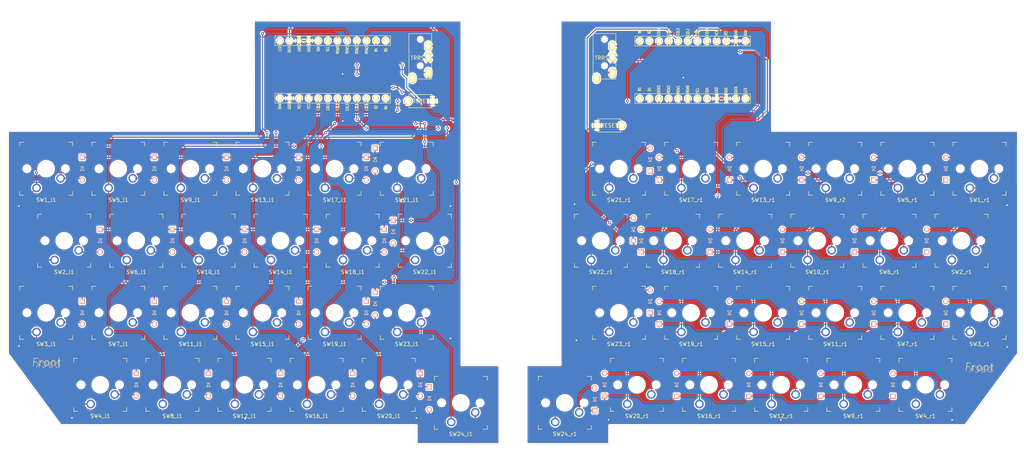
<source format=kicad_pcb>
(kicad_pcb (version 20171130) (host pcbnew "(5.1.2)-2")
  (title_block (title "original_keyboard by s-show") (rev 0.1))
  (layers (0 F.Cu signal) (31 B.Cu signal) (34 B.Paste user) (35 F.Paste user) (36 B.SilkS user) (37 F.SilkS user) (38 B.Mask user) (39 F.Mask user) (44 Edge.Cuts user))
  (net 0 "")
  (net 1 "Net-(J1-PadA)")
  (net 2 VCC)
  (net 3 GND)
  (net 4 "Net-(U1-Pad24)")
  (net 5 "Net-(U1-Pad19)")
  (net 6 "Net-(U1-Pad14)")
  (net 7 "Net-(U1-Pad13)")
  (net 8 "Net-(U1-Pad12)")
  (net 9 "Net-(U1-Pad6)")
  (net 10 "Net-(U1-Pad5)")
  (net 11 "Net-(U1-Pad1)")
  (net 12 "Net-(D10_l1-Pad2)")
  (net 13 row1_l)
  (net 14 "Net-(D10_r1-Pad2)")
  (net 15 row1_r)
  (net 16 "Net-(D11_l1-Pad2)")
  (net 17 row2_l)
  (net 18 "Net-(D11_r1-Pad2)")
  (net 19 row2_r)
  (net 20 "Net-(D12_l1-Pad2)")
  (net 21 row3_l)
  (net 22 "Net-(D12_r1-Pad2)")
  (net 23 row3_r)
  (net 24 "Net-(D13_l1-Pad2)")
  (net 25 row0_l)
  (net 26 "Net-(D13_r1-Pad2)")
  (net 27 row0_r)
  (net 28 "Net-(D14_l1-Pad2)")
  (net 29 "Net-(D14_r1-Pad2)")
  (net 30 "Net-(D15_l1-Pad2)")
  (net 31 "Net-(D15_r1-Pad2)")
  (net 32 "Net-(D16_l1-Pad2)")
  (net 33 "Net-(D16_r1-Pad2)")
  (net 34 "Net-(D17_l1-Pad2)")
  (net 35 "Net-(D17_r1-Pad2)")
  (net 36 "Net-(D18_l1-Pad2)")
  (net 37 "Net-(D18_r1-Pad2)")
  (net 38 "Net-(D19_l1-Pad2)")
  (net 39 "Net-(D19_r1-Pad2)")
  (net 40 "Net-(D1_l1-Pad2)")
  (net 41 "Net-(D1_r1-Pad2)")
  (net 42 "Net-(D20_l1-Pad2)")
  (net 43 "Net-(D20_r1-Pad2)")
  (net 44 "Net-(D21_l1-Pad2)")
  (net 45 "Net-(D21_r1-Pad2)")
  (net 46 "Net-(D22_l1-Pad2)")
  (net 47 "Net-(D22_r1-Pad2)")
  (net 48 "Net-(D23_l1-Pad2)")
  (net 49 "Net-(D23_r1-Pad2)")
  (net 50 "Net-(D24_l1-Pad2)")
  (net 51 "Net-(D24_r1-Pad2)")
  (net 52 "Net-(D2_l1-Pad2)")
  (net 53 "Net-(D2_r1-Pad2)")
  (net 54 "Net-(D3_l1-Pad2)")
  (net 55 "Net-(D3_r1-Pad2)")
  (net 56 "Net-(D4_l1-Pad2)")
  (net 57 "Net-(D4_r1-Pad2)")
  (net 58 "Net-(D5_l1-Pad2)")
  (net 59 "Net-(D5_r1-Pad2)")
  (net 60 "Net-(D6_l1-Pad2)")
  (net 61 "Net-(D6_r1-Pad2)")
  (net 62 "Net-(D7_l1-Pad2)")
  (net 63 "Net-(D7_r1-Pad2)")
  (net 64 "Net-(D8_l1-Pad2)")
  (net 65 "Net-(D8_r1-Pad2)")
  (net 66 "Net-(D9_l1-Pad2)")
  (net 67 "Net-(D9_r1-Pad2)")
  (net 68 DATA_r)
  (net 69 "Net-(J2-PadA)")
  (net 70 VDD)
  (net 71 GNDA)
  (net 72 DATA_l)
  (net 73 /~RESET_l)
  (net 74 /~RESET_r)
  (net 75 col2_l)
  (net 76 col2_r)
  (net 77 col3_l)
  (net 78 col3_r)
  (net 79 col4_l)
  (net 80 col4_r)
  (net 81 col0_l)
  (net 82 col0_r)
  (net 83 col5_l)
  (net 84 col5_r)
  (net 85 col1_l)
  (net 86 col1_r)
  (net 87 "Net-(U2-Pad1)")
  (net 88 "Net-(U2-Pad5)")
  (net 89 "Net-(U2-Pad6)")
  (net 90 "Net-(U2-Pad12)")
  (net 91 "Net-(U2-Pad13)")
  (net 92 "Net-(U2-Pad14)")
  (net 93 "Net-(U2-Pad19)")
  (net 94 "Net-(U2-Pad24)")
  (module keyswitches:SW_MX (layer F.Cu) (at 253.683 126.206 180)
    (fp_text reference SW7_r1 (at 0 -8.255) (layer F.SilkS))
    (fp_text value SW_PUSH)
    (pad "" np_thru_hole circle (at -5.08 0 180) (size 1.7018 1.7018) (drill 1.7018) (layers *.Cu *.Mask))
    (pad "" np_thru_hole circle (at 5.08 0 180) (size 1.7018 1.7018) (drill 1.7018) (layers *.Cu *.Mask))
    (pad 2 thru_hole circle (at -3.81 -2.54 180) (size 2.286 2.286) (drill 1.4986) (layers *.Cu *.Mask) (net 63 "Net-(D7_r1-Pad2)"))
    (pad "" np_thru_hole circle (at 0 0 180) (size 3.9878 3.9878) (drill 3.9878) (layers *.Cu *.Mask))
    (pad 1 thru_hole circle (at 2.54 -5.08 180) (size 2.286 2.286) (drill 1.4986) (layers *.Cu *.Mask) (net 86 col1_r))
  )
  (module keyswitches:SW_MX (layer F.Cu) (at 272.733 126.206 180)
    (fp_text reference SW3_r1 (at 0 -8.255) (layer F.SilkS))
    (fp_text value SW_PUSH)
    (pad "" np_thru_hole circle (at -5.08 0 180) (size 1.7018 1.7018) (drill 1.7018) (layers *.Cu *.Mask))
    (pad "" np_thru_hole circle (at 5.08 0 180) (size 1.7018 1.7018) (drill 1.7018) (layers *.Cu *.Mask))
    (pad 2 thru_hole circle (at -3.81 -2.54 180) (size 2.286 2.286) (drill 1.4986) (layers *.Cu *.Mask) (net 55 "Net-(D3_r1-Pad2)"))
    (pad "" np_thru_hole circle (at 0 0 180) (size 3.9878 3.9878) (drill 3.9878) (layers *.Cu *.Mask))
    (pad 1 thru_hole circle (at 2.54 -5.08 180) (size 2.286 2.286) (drill 1.4986) (layers *.Cu *.Mask) (net 82 col0_r))
  )
  (module keyswitches:SW_MX (layer F.Cu) (at 163.195 150.018 180)
    (fp_text reference SW24_r1 (at 0 -8.255) (layer F.SilkS))
    (fp_text value SW_PUSH)
    (pad "" np_thru_hole circle (at -5.08 0 180) (size 1.7018 1.7018) (drill 1.7018) (layers *.Cu *.Mask))
    (pad "" np_thru_hole circle (at 5.08 0 180) (size 1.7018 1.7018) (drill 1.7018) (layers *.Cu *.Mask))
    (pad 2 thru_hole circle (at -3.81 -2.54 180) (size 2.286 2.286) (drill 1.4986) (layers *.Cu *.Mask) (net 51 "Net-(D24_r1-Pad2)"))
    (pad "" np_thru_hole circle (at 0 0 180) (size 3.9878 3.9878) (drill 3.9878) (layers *.Cu *.Mask))
    (pad 1 thru_hole circle (at 2.54 -5.08 180) (size 2.286 2.286) (drill 1.4986) (layers *.Cu *.Mask) (net 84 col5_r))
  )
  (module keyswitches:SW_MX (layer F.Cu) (at 258.445 145.256 180)
    (fp_text reference SW4_r1 (at 0 -8.255) (layer F.SilkS))
    (fp_text value SW_PUSH)
    (pad "" np_thru_hole circle (at -5.08 0 180) (size 1.7018 1.7018) (drill 1.7018) (layers *.Cu *.Mask))
    (pad "" np_thru_hole circle (at 5.08 0 180) (size 1.7018 1.7018) (drill 1.7018) (layers *.Cu *.Mask))
    (pad 2 thru_hole circle (at -3.81 -2.54 180) (size 2.286 2.286) (drill 1.4986) (layers *.Cu *.Mask) (net 57 "Net-(D4_r1-Pad2)"))
    (pad "" np_thru_hole circle (at 0 0 180) (size 3.9878 3.9878) (drill 3.9878) (layers *.Cu *.Mask))
    (pad 1 thru_hole circle (at 2.54 -5.08 180) (size 2.286 2.286) (drill 1.4986) (layers *.Cu *.Mask) (net 82 col0_r))
  )
  (module keyswitches:SW_MX (layer F.Cu) (at 267.971 107.156 180)
    (fp_text reference SW2_r1 (at 0 -8.255) (layer F.SilkS))
    (fp_text value SW_PUSH)
    (pad "" np_thru_hole circle (at -5.08 0 180) (size 1.7018 1.7018) (drill 1.7018) (layers *.Cu *.Mask))
    (pad "" np_thru_hole circle (at 5.08 0 180) (size 1.7018 1.7018) (drill 1.7018) (layers *.Cu *.Mask))
    (pad 2 thru_hole circle (at -3.81 -2.54 180) (size 2.286 2.286) (drill 1.4986) (layers *.Cu *.Mask) (net 53 "Net-(D2_r1-Pad2)"))
    (pad "" np_thru_hole circle (at 0 0 180) (size 3.9878 3.9878) (drill 3.9878) (layers *.Cu *.Mask))
    (pad 1 thru_hole circle (at 2.54 -5.08 180) (size 2.286 2.286) (drill 1.4986) (layers *.Cu *.Mask) (net 82 col0_r))
  )
  (module keyswitches:SW_MX (layer F.Cu) (at 172.72 107.156 180)
    (fp_text reference SW22_r1 (at 0 -8.255) (layer F.SilkS))
    (fp_text value SW_PUSH)
    (pad "" np_thru_hole circle (at -5.08 0 180) (size 1.7018 1.7018) (drill 1.7018) (layers *.Cu *.Mask))
    (pad "" np_thru_hole circle (at 5.08 0 180) (size 1.7018 1.7018) (drill 1.7018) (layers *.Cu *.Mask))
    (pad 2 thru_hole circle (at -3.81 -2.54 180) (size 2.286 2.286) (drill 1.4986) (layers *.Cu *.Mask) (net 47 "Net-(D22_r1-Pad2)"))
    (pad "" np_thru_hole circle (at 0 0 180) (size 3.9878 3.9878) (drill 3.9878) (layers *.Cu *.Mask))
    (pad 1 thru_hole circle (at 2.54 -5.08 180) (size 2.286 2.286) (drill 1.4986) (layers *.Cu *.Mask) (net 84 col5_r))
  )
  (module keyswitches:SW_MX (layer F.Cu) (at 177.483 88.1063 180)
    (fp_text reference SW21_r1 (at 0 -8.255) (layer F.SilkS))
    (fp_text value SW_PUSH)
    (pad "" np_thru_hole circle (at -5.08 0 180) (size 1.7018 1.7018) (drill 1.7018) (layers *.Cu *.Mask))
    (pad "" np_thru_hole circle (at 5.08 0 180) (size 1.7018 1.7018) (drill 1.7018) (layers *.Cu *.Mask))
    (pad 2 thru_hole circle (at -3.81 -2.54 180) (size 2.286 2.286) (drill 1.4986) (layers *.Cu *.Mask) (net 45 "Net-(D21_r1-Pad2)"))
    (pad "" np_thru_hole circle (at 0 0 180) (size 3.9878 3.9878) (drill 3.9878) (layers *.Cu *.Mask))
    (pad 1 thru_hole circle (at 2.54 -5.08 180) (size 2.286 2.286) (drill 1.4986) (layers *.Cu *.Mask) (net 84 col5_r))
  )
  (module keyswitches:SW_MX (layer F.Cu) (at 177.483 126.206 180)
    (fp_text reference SW23_r1 (at 0 -8.255) (layer F.SilkS))
    (fp_text value SW_PUSH)
    (pad "" np_thru_hole circle (at -5.08 0 180) (size 1.7018 1.7018) (drill 1.7018) (layers *.Cu *.Mask))
    (pad "" np_thru_hole circle (at 5.08 0 180) (size 1.7018 1.7018) (drill 1.7018) (layers *.Cu *.Mask))
    (pad 2 thru_hole circle (at -3.81 -2.54 180) (size 2.286 2.286) (drill 1.4986) (layers *.Cu *.Mask) (net 49 "Net-(D23_r1-Pad2)"))
    (pad "" np_thru_hole circle (at 0 0 180) (size 3.9878 3.9878) (drill 3.9878) (layers *.Cu *.Mask))
    (pad 1 thru_hole circle (at 2.54 -5.08 180) (size 2.286 2.286) (drill 1.4986) (layers *.Cu *.Mask) (net 84 col5_r))
  )
  (module keyswitches:SW_MX (layer F.Cu) (at 182.245 145.256 180)
    (fp_text reference SW20_r1 (at 0 -8.255) (layer F.SilkS))
    (fp_text value SW_PUSH)
    (pad "" np_thru_hole circle (at -5.08 0 180) (size 1.7018 1.7018) (drill 1.7018) (layers *.Cu *.Mask))
    (pad "" np_thru_hole circle (at 5.08 0 180) (size 1.7018 1.7018) (drill 1.7018) (layers *.Cu *.Mask))
    (pad 2 thru_hole circle (at -3.81 -2.54 180) (size 2.286 2.286) (drill 1.4986) (layers *.Cu *.Mask) (net 43 "Net-(D20_r1-Pad2)"))
    (pad "" np_thru_hole circle (at 0 0 180) (size 3.9878 3.9878) (drill 3.9878) (layers *.Cu *.Mask))
    (pad 1 thru_hole circle (at 2.54 -5.08 180) (size 2.286 2.286) (drill 1.4986) (layers *.Cu *.Mask) (net 80 col4_r))
  )
  (module keyswitches:SW_MX (layer F.Cu) (at 253.683 88.1063 180)
    (fp_text reference SW5_r1 (at 0 -8.255) (layer F.SilkS))
    (fp_text value SW_PUSH)
    (pad "" np_thru_hole circle (at -5.08 0 180) (size 1.7018 1.7018) (drill 1.7018) (layers *.Cu *.Mask))
    (pad "" np_thru_hole circle (at 5.08 0 180) (size 1.7018 1.7018) (drill 1.7018) (layers *.Cu *.Mask))
    (pad 2 thru_hole circle (at -3.81 -2.54 180) (size 2.286 2.286) (drill 1.4986) (layers *.Cu *.Mask) (net 59 "Net-(D5_r1-Pad2)"))
    (pad "" np_thru_hole circle (at 0 0 180) (size 3.9878 3.9878) (drill 3.9878) (layers *.Cu *.Mask))
    (pad 1 thru_hole circle (at 2.54 -5.08 180) (size 2.286 2.286) (drill 1.4986) (layers *.Cu *.Mask) (net 86 col1_r))
  )
  (module keyswitches:SW_MX (layer F.Cu) (at 196.533 88.1063 180)
    (fp_text reference SW17_r1 (at 0 -8.255) (layer F.SilkS))
    (fp_text value SW_PUSH)
    (pad "" np_thru_hole circle (at -5.08 0 180) (size 1.7018 1.7018) (drill 1.7018) (layers *.Cu *.Mask))
    (pad "" np_thru_hole circle (at 5.08 0 180) (size 1.7018 1.7018) (drill 1.7018) (layers *.Cu *.Mask))
    (pad 2 thru_hole circle (at -3.81 -2.54 180) (size 2.286 2.286) (drill 1.4986) (layers *.Cu *.Mask) (net 35 "Net-(D17_r1-Pad2)"))
    (pad "" np_thru_hole circle (at 0 0 180) (size 3.9878 3.9878) (drill 3.9878) (layers *.Cu *.Mask))
    (pad 1 thru_hole circle (at 2.54 -5.08 180) (size 2.286 2.286) (drill 1.4986) (layers *.Cu *.Mask) (net 80 col4_r))
  )
  (module keyswitches:SW_MX (layer F.Cu) (at 215.583 126.206 180)
    (fp_text reference SW15_r1 (at 0 -8.255) (layer F.SilkS))
    (fp_text value SW_PUSH)
    (pad "" np_thru_hole circle (at -5.08 0 180) (size 1.7018 1.7018) (drill 1.7018) (layers *.Cu *.Mask))
    (pad "" np_thru_hole circle (at 5.08 0 180) (size 1.7018 1.7018) (drill 1.7018) (layers *.Cu *.Mask))
    (pad 2 thru_hole circle (at -3.81 -2.54 180) (size 2.286 2.286) (drill 1.4986) (layers *.Cu *.Mask) (net 31 "Net-(D15_r1-Pad2)"))
    (pad "" np_thru_hole circle (at 0 0 180) (size 3.9878 3.9878) (drill 3.9878) (layers *.Cu *.Mask))
    (pad 1 thru_hole circle (at 2.54 -5.08 180) (size 2.286 2.286) (drill 1.4986) (layers *.Cu *.Mask) (net 78 col3_r))
  )
  (module keyswitches:SW_MX (layer F.Cu) (at 210.821 107.156 180)
    (fp_text reference SW14_r1 (at 0 -8.255) (layer F.SilkS))
    (fp_text value SW_PUSH)
    (pad "" np_thru_hole circle (at -5.08 0 180) (size 1.7018 1.7018) (drill 1.7018) (layers *.Cu *.Mask))
    (pad "" np_thru_hole circle (at 5.08 0 180) (size 1.7018 1.7018) (drill 1.7018) (layers *.Cu *.Mask))
    (pad 2 thru_hole circle (at -3.81 -2.54 180) (size 2.286 2.286) (drill 1.4986) (layers *.Cu *.Mask) (net 29 "Net-(D14_r1-Pad2)"))
    (pad "" np_thru_hole circle (at 0 0 180) (size 3.9878 3.9878) (drill 3.9878) (layers *.Cu *.Mask))
    (pad 1 thru_hole circle (at 2.54 -5.08 180) (size 2.286 2.286) (drill 1.4986) (layers *.Cu *.Mask) (net 78 col3_r))
  )
  (module keyswitches:SW_MX (layer F.Cu) (at 201.295 145.256 180)
    (fp_text reference SW16_r1 (at 0 -8.255) (layer F.SilkS))
    (fp_text value SW_PUSH)
    (pad "" np_thru_hole circle (at -5.08 0 180) (size 1.7018 1.7018) (drill 1.7018) (layers *.Cu *.Mask))
    (pad "" np_thru_hole circle (at 5.08 0 180) (size 1.7018 1.7018) (drill 1.7018) (layers *.Cu *.Mask))
    (pad 2 thru_hole circle (at -3.81 -2.54 180) (size 2.286 2.286) (drill 1.4986) (layers *.Cu *.Mask) (net 33 "Net-(D16_r1-Pad2)"))
    (pad "" np_thru_hole circle (at 0 0 180) (size 3.9878 3.9878) (drill 3.9878) (layers *.Cu *.Mask))
    (pad 1 thru_hole circle (at 2.54 -5.08 180) (size 2.286 2.286) (drill 1.4986) (layers *.Cu *.Mask) (net 78 col3_r))
  )
  (module keyswitches:SW_MX (layer F.Cu) (at 272.733 88.1063 180)
    (fp_text reference SW1_r1 (at 0 -8.255) (layer F.SilkS))
    (fp_text value SW_PUSH)
    (pad "" np_thru_hole circle (at -5.08 0 180) (size 1.7018 1.7018) (drill 1.7018) (layers *.Cu *.Mask))
    (pad "" np_thru_hole circle (at 5.08 0 180) (size 1.7018 1.7018) (drill 1.7018) (layers *.Cu *.Mask))
    (pad 2 thru_hole circle (at -3.81 -2.54 180) (size 2.286 2.286) (drill 1.4986) (layers *.Cu *.Mask) (net 41 "Net-(D1_r1-Pad2)"))
    (pad "" np_thru_hole circle (at 0 0 180) (size 3.9878 3.9878) (drill 3.9878) (layers *.Cu *.Mask))
    (pad 1 thru_hole circle (at 2.54 -5.08 180) (size 2.286 2.286) (drill 1.4986) (layers *.Cu *.Mask) (net 82 col0_r))
  )
  (module keyswitches:SW_MX (layer F.Cu) (at 196.533 126.206 180)
    (fp_text reference SW19_r1 (at 0 -8.255) (layer F.SilkS))
    (fp_text value SW_PUSH)
    (pad "" np_thru_hole circle (at -5.08 0 180) (size 1.7018 1.7018) (drill 1.7018) (layers *.Cu *.Mask))
    (pad "" np_thru_hole circle (at 5.08 0 180) (size 1.7018 1.7018) (drill 1.7018) (layers *.Cu *.Mask))
    (pad 2 thru_hole circle (at -3.81 -2.54 180) (size 2.286 2.286) (drill 1.4986) (layers *.Cu *.Mask) (net 39 "Net-(D19_r1-Pad2)"))
    (pad "" np_thru_hole circle (at 0 0 180) (size 3.9878 3.9878) (drill 3.9878) (layers *.Cu *.Mask))
    (pad 1 thru_hole circle (at 2.54 -5.08 180) (size 2.286 2.286) (drill 1.4986) (layers *.Cu *.Mask) (net 80 col4_r))
  )
  (module keyswitches:SW_MX (layer F.Cu) (at 215.583 88.1063 180)
    (fp_text reference SW13_r1 (at 0 -8.255) (layer F.SilkS))
    (fp_text value SW_PUSH)
    (pad "" np_thru_hole circle (at -5.08 0 180) (size 1.7018 1.7018) (drill 1.7018) (layers *.Cu *.Mask))
    (pad "" np_thru_hole circle (at 5.08 0 180) (size 1.7018 1.7018) (drill 1.7018) (layers *.Cu *.Mask))
    (pad 2 thru_hole circle (at -3.81 -2.54 180) (size 2.286 2.286) (drill 1.4986) (layers *.Cu *.Mask) (net 26 "Net-(D13_r1-Pad2)"))
    (pad "" np_thru_hole circle (at 0 0 180) (size 3.9878 3.9878) (drill 3.9878) (layers *.Cu *.Mask))
    (pad 1 thru_hole circle (at 2.54 -5.08 180) (size 2.286 2.286) (drill 1.4986) (layers *.Cu *.Mask) (net 78 col3_r))
  )
  (module keyswitches:SW_MX (layer F.Cu) (at 234.633 126.206 180)
    (fp_text reference SW11_r1 (at 0 -8.255) (layer F.SilkS))
    (fp_text value SW_PUSH)
    (pad "" np_thru_hole circle (at -5.08 0 180) (size 1.7018 1.7018) (drill 1.7018) (layers *.Cu *.Mask))
    (pad "" np_thru_hole circle (at 5.08 0 180) (size 1.7018 1.7018) (drill 1.7018) (layers *.Cu *.Mask))
    (pad 2 thru_hole circle (at -3.81 -2.54 180) (size 2.286 2.286) (drill 1.4986) (layers *.Cu *.Mask) (net 18 "Net-(D11_r1-Pad2)"))
    (pad "" np_thru_hole circle (at 0 0 180) (size 3.9878 3.9878) (drill 3.9878) (layers *.Cu *.Mask))
    (pad 1 thru_hole circle (at 2.54 -5.08 180) (size 2.286 2.286) (drill 1.4986) (layers *.Cu *.Mask) (net 76 col2_r))
  )
  (module kbd:ProMicro_v2_1side (layer F.Cu) (at 196.45395 61.91276 270)
    (fp_text reference U1 hide)
    (fp_text value ProMicro_r hide)
    (fp_text user "" (at -0.5 -17.25 90) (layer F.SilkS))
    (fp_text user "" (at -1.2065 -16.256 90) (layer B.SilkS) (effects (justify mirror)))
    (fp_text user RAW (at -9.7155 -14.478 90) (layer F.SilkS) (effects (font (size 0.75 0.5) (thickness 0.125))))
    (fp_text user LED (at 5.5 -14.478 90) (layer F.SilkS) (effects (font (size 0.75 0.5) (thickness 0.125))))
    (fp_text user GND (at -9.7155 -11.938 90) (layer F.SilkS) (effects (font (size 0.75 0.5) (thickness 0.125))))
    (fp_text user DATA (at 5.35 -11.95 90) (layer F.SilkS) (effects (font (size 0.75 0.5) (thickness 0.125))))
    (fp_text user RST (at -9.7155 -9.3345 90) (layer F.SilkS) (effects (font (size 0.75 0.5) (thickness 0.125))))
    (fp_text user GND (at 5.5245 -9.3345 90) (layer F.SilkS) (effects (font (size 0.75 0.5) (thickness 0.125))))
    (fp_text user VCC (at -9.7155 -6.858 90) (layer F.SilkS) (effects (font (size 0.75 0.5) (thickness 0.125))))
    (fp_text user GND (at 5.461 -6.7945 90) (layer F.SilkS) (effects (font (size 0.75 0.5) (thickness 0.125))))
    (fp_text user COL3 (at -10 3.35 90) (layer F.SilkS) (effects (font (size 0.75 0.5) (thickness 0.125))))
    (fp_text user ROW0 (at 5.2 0.8 90) (layer F.SilkS) (effects (font (size 0.75 0.5) (thickness 0.125))))
    (fp_text user COL2 (at -9.9 0.762 90) (layer F.SilkS) (effects (font (size 0.75 0.5) (thickness 0.125))))
    (fp_text user SCL (at 5.461 -1.778 90) (layer F.SilkS) (effects (font (size 0.75 0.5) (thickness 0.125))))
    (fp_text user COL1 (at -9.85 -1.778 90) (layer F.SilkS) (effects (font (size 0.75 0.5) (thickness 0.125))))
    (fp_text user SDA (at 5.461 -4.318 90) (layer F.SilkS) (effects (font (size 0.75 0.5) (thickness 0.125))))
    (fp_text user COL0 (at -9.9 -4.3 90) (layer F.SilkS) (effects (font (size 0.75 0.5) (thickness 0.125))))
    (fp_text user B6 (at -10.05 13.5 90) (layer F.SilkS) (effects (font (size 0.75 0.5) (thickness 0.125))))
    (fp_text user B5 (at 5.2 13.5255 90) (layer F.SilkS) (effects (font (size 0.75 0.5) (thickness 0.125))))
    (fp_text user B4 (at 5.2 10.922 90) (layer F.SilkS) (effects (font (size 0.75 0.5) (thickness 0.125))))
    (fp_text user B2 (at -9.95 10.95 90) (layer F.SilkS) (effects (font (size 0.75 0.5) (thickness 0.125))))
    (fp_text user ROW3 (at 5.2 8.4455 90) (layer F.SilkS) (effects (font (size 0.75 0.5) (thickness 0.125))))
    (fp_text user COL5 (at -9.95 8.4455 90) (layer F.SilkS) (effects (font (size 0.75 0.5) (thickness 0.125))))
    (fp_text user ROW2 (at 5.2 5.85 90) (layer F.SilkS) (effects (font (size 0.75 0.5) (thickness 0.125))))
    (fp_text user COL4 (at -9.95 5.85 90) (layer F.SilkS) (effects (font (size 0.75 0.5) (thickness 0.125))))
    (fp_text user ROW1 (at 5.25 3.302 90) (layer F.SilkS) (effects (font (size 0.75 0.5) (thickness 0.125))))
    (pad 1 thru_hole circle (at 7.6564 -14.478 270) (size 1.524 1.524) (drill 0.8128) (layers *.Cu F.SilkS B.Mask) (net 11 "Net-(U1-Pad1)"))
    (pad 2 thru_hole circle (at 7.6564 -11.938 270) (size 1.524 1.524) (drill 0.8128) (layers *.Cu F.SilkS B.Mask) (net 68 DATA_r))
    (pad 3 thru_hole circle (at 7.6564 -9.398 270) (size 1.524 1.524) (drill 0.8128) (layers *.Cu F.SilkS B.Mask) (net 3 GND))
    (pad 4 thru_hole circle (at 7.6564 -6.858 270) (size 1.524 1.524) (drill 0.8128) (layers *.Cu F.SilkS B.Mask) (net 3 GND))
    (pad 5 thru_hole circle (at 7.6564 -4.318 270) (size 1.524 1.524) (drill 0.8128) (layers *.Cu F.SilkS B.Mask) (net 10 "Net-(U1-Pad5)"))
    (pad 6 thru_hole circle (at 7.6564 -1.778 270) (size 1.524 1.524) (drill 0.8128) (layers *.Cu F.SilkS B.Mask) (net 9 "Net-(U1-Pad6)"))
    (pad 7 thru_hole circle (at 7.6564 0.762 270) (size 1.524 1.524) (drill 0.8128) (layers *.Cu F.SilkS B.Mask) (net 86 col1_r))
    (pad 8 thru_hole circle (at 7.6564 3.302 270) (size 1.524 1.524) (drill 0.8128) (layers *.Cu F.SilkS B.Mask) (net 76 col2_r))
    (pad 9 thru_hole circle (at 7.6564 5.842 270) (size 1.524 1.524) (drill 0.8128) (layers *.Cu F.SilkS B.Mask) (net 78 col3_r))
    (pad 10 thru_hole circle (at 7.6564 8.382 270) (size 1.524 1.524) (drill 0.8128) (layers *.Cu F.SilkS B.Mask) (net 80 col4_r))
    (pad 11 thru_hole circle (at 7.6564 10.922 270) (size 1.524 1.524) (drill 0.8128) (layers *.Cu F.SilkS B.Mask) (net 84 col5_r))
    (pad 12 thru_hole circle (at 7.6564 13.462 270) (size 1.524 1.524) (drill 0.8128) (layers *.Cu F.SilkS B.Mask) (net 8 "Net-(U1-Pad12)"))
    (pad 13 thru_hole circle (at -7.5636 13.462 270) (size 1.524 1.524) (drill 0.8128) (layers *.Cu F.SilkS B.Mask) (net 7 "Net-(U1-Pad13)"))
    (pad 14 thru_hole circle (at -7.5636 10.922 270) (size 1.524 1.524) (drill 0.8128) (layers *.Cu F.SilkS B.Mask) (net 6 "Net-(U1-Pad14)"))
    (pad 15 thru_hole circle (at -7.5636 8.382 270) (size 1.524 1.524) (drill 0.8128) (layers *.Cu F.SilkS B.Mask) (net 23 row3_r))
    (pad 16 thru_hole circle (at -7.5636 5.842 270) (size 1.524 1.524) (drill 0.8128) (layers *.Cu F.SilkS B.Mask) (net 19 row2_r))
    (pad 17 thru_hole circle (at -7.5636 3.302 270) (size 1.524 1.524) (drill 0.8128) (layers *.Cu F.SilkS B.Mask) (net 15 row1_r))
    (pad 18 thru_hole circle (at -7.5636 0.762 270) (size 1.524 1.524) (drill 0.8128) (layers *.Cu F.SilkS B.Mask) (net 27 row0_r))
    (pad 19 thru_hole circle (at -7.5636 -1.778 270) (size 1.524 1.524) (drill 0.8128) (layers *.Cu F.SilkS B.Mask) (net 5 "Net-(U1-Pad19)"))
    (pad 20 thru_hole circle (at -7.5636 -4.318 270) (size 1.524 1.524) (drill 0.8128) (layers *.Cu F.SilkS B.Mask) (net 82 col0_r))
    (pad 21 thru_hole circle (at -7.5636 -6.858 270) (size 1.524 1.524) (drill 0.8128) (layers *.Cu F.SilkS B.Mask) (net 2 VCC))
    (pad 22 thru_hole circle (at -7.5636 -9.398 270) (size 1.524 1.524) (drill 0.8128) (layers *.Cu F.SilkS B.Mask) (net 74 /~RESET_r))
    (pad 23 thru_hole circle (at -7.5636 -11.938 270) (size 1.524 1.524) (drill 0.8128) (layers *.Cu F.SilkS B.Mask) (net 3 GND))
    (pad 24 thru_hole circle (at -7.5636 -14.478 270) (size 1.524 1.524) (drill 0.8128) (layers *.Cu F.SilkS B.Mask) (net 4 "Net-(U1-Pad24)"))
  )
  (module keyswitches:SW_MX (layer F.Cu) (at 248.921 107.156 180)
    (fp_text reference SW6_r1 (at 0 -8.255) (layer F.SilkS))
    (fp_text value SW_PUSH)
    (pad "" np_thru_hole circle (at -5.08 0 180) (size 1.7018 1.7018) (drill 1.7018) (layers *.Cu *.Mask))
    (pad "" np_thru_hole circle (at 5.08 0 180) (size 1.7018 1.7018) (drill 1.7018) (layers *.Cu *.Mask))
    (pad 2 thru_hole circle (at -3.81 -2.54 180) (size 2.286 2.286) (drill 1.4986) (layers *.Cu *.Mask) (net 61 "Net-(D6_r1-Pad2)"))
    (pad "" np_thru_hole circle (at 0 0 180) (size 3.9878 3.9878) (drill 3.9878) (layers *.Cu *.Mask))
    (pad 1 thru_hole circle (at 2.54 -5.08 180) (size 2.286 2.286) (drill 1.4986) (layers *.Cu *.Mask) (net 86 col1_r))
  )
  (module keyswitches:SW_MX (layer F.Cu) (at 191.771 107.156 180)
    (fp_text reference SW18_r1 (at 0 -8.255) (layer F.SilkS))
    (fp_text value SW_PUSH)
    (pad "" np_thru_hole circle (at -5.08 0 180) (size 1.7018 1.7018) (drill 1.7018) (layers *.Cu *.Mask))
    (pad "" np_thru_hole circle (at 5.08 0 180) (size 1.7018 1.7018) (drill 1.7018) (layers *.Cu *.Mask))
    (pad 2 thru_hole circle (at -3.81 -2.54 180) (size 2.286 2.286) (drill 1.4986) (layers *.Cu *.Mask) (net 37 "Net-(D18_r1-Pad2)"))
    (pad "" np_thru_hole circle (at 0 0 180) (size 3.9878 3.9878) (drill 3.9878) (layers *.Cu *.Mask))
    (pad 1 thru_hole circle (at 2.54 -5.08 180) (size 2.286 2.286) (drill 1.4986) (layers *.Cu *.Mask) (net 80 col4_r))
  )
  (module keyswitches:SW_MX (layer F.Cu) (at 239.395 145.256 180)
    (fp_text reference SW9_r1 (at 0 -8.255) (layer F.SilkS))
    (fp_text value SW_PUSH)
    (pad "" np_thru_hole circle (at -5.08 0 180) (size 1.7018 1.7018) (drill 1.7018) (layers *.Cu *.Mask))
    (pad "" np_thru_hole circle (at 5.08 0 180) (size 1.7018 1.7018) (drill 1.7018) (layers *.Cu *.Mask))
    (pad 2 thru_hole circle (at -3.81 -2.54 180) (size 2.286 2.286) (drill 1.4986) (layers *.Cu *.Mask) (net 65 "Net-(D8_r1-Pad2)"))
    (pad "" np_thru_hole circle (at 0 0 180) (size 3.9878 3.9878) (drill 3.9878) (layers *.Cu *.Mask))
    (pad 1 thru_hole circle (at 2.54 -5.08 180) (size 2.286 2.286) (drill 1.4986) (layers *.Cu *.Mask) (net 86 col1_r))
  )
  (module kbd:D3_TH (layer B.Cu) (at 185.738 85.7254 90)
    (fp_text reference D21_r1 hide)
    (fp_text value 1N914 hide)
    (pad 2 thru_hole circle (at 3 0 90) (size 1.397 1.397) (drill 0.8128) (layers *.Cu B.SilkS F.Mask) (net 45 "Net-(D21_r1-Pad2)"))
    (pad 1 thru_hole rect (at -3 0 90) (size 1.397 1.397) (drill 0.8128) (layers *.Cu B.SilkS F.Mask) (net 27 row0_r))
  )
  (module keyswitches:SW_MX (layer F.Cu) (at 220.345 145.256 180)
    (fp_text reference SW12_r1 (at 0 -8.255) (layer F.SilkS))
    (fp_text value SW_PUSH)
    (pad "" np_thru_hole circle (at -5.08 0 180) (size 1.7018 1.7018) (drill 1.7018) (layers *.Cu *.Mask))
    (pad "" np_thru_hole circle (at 5.08 0 180) (size 1.7018 1.7018) (drill 1.7018) (layers *.Cu *.Mask))
    (pad 2 thru_hole circle (at -3.81 -2.54 180) (size 2.286 2.286) (drill 1.4986) (layers *.Cu *.Mask) (net 22 "Net-(D12_r1-Pad2)"))
    (pad "" np_thru_hole circle (at 0 0 180) (size 3.9878 3.9878) (drill 3.9878) (layers *.Cu *.Mask))
    (pad 1 thru_hole circle (at 2.54 -5.08 180) (size 2.286 2.286) (drill 1.4986) (layers *.Cu *.Mask) (net 76 col2_r))
  )
  (module kbd:D3_TH (layer B.Cu) (at 244.793 88.1063 90)
    (fp_text reference D5_r1 hide)
    (fp_text value 1N914 hide)
    (pad 2 thru_hole circle (at 3 0 90) (size 1.397 1.397) (drill 0.8128) (layers *.Cu B.SilkS F.Mask) (net 59 "Net-(D5_r1-Pad2)"))
    (pad 1 thru_hole rect (at -3 0 90) (size 1.397 1.397) (drill 0.8128) (layers *.Cu B.SilkS F.Mask) (net 27 row0_r))
  )
  (module keyswitches:SW_MX (layer F.Cu) (at 234.633 88.1063 180)
    (fp_text reference SW9_r2 (at 0 -8.255) (layer F.SilkS))
    (fp_text value SW_PUSH)
    (pad "" np_thru_hole circle (at -5.08 0 180) (size 1.7018 1.7018) (drill 1.7018) (layers *.Cu *.Mask))
    (pad "" np_thru_hole circle (at 5.08 0 180) (size 1.7018 1.7018) (drill 1.7018) (layers *.Cu *.Mask))
    (pad 2 thru_hole circle (at -3.81 -2.54 180) (size 2.286 2.286) (drill 1.4986) (layers *.Cu *.Mask) (net 67 "Net-(D9_r1-Pad2)"))
    (pad "" np_thru_hole circle (at 0 0 180) (size 3.9878 3.9878) (drill 3.9878) (layers *.Cu *.Mask))
    (pad 1 thru_hole circle (at 2.54 -5.08 180) (size 2.286 2.286) (drill 1.4986) (layers *.Cu *.Mask) (net 76 col2_r))
  )
  (module kbd:D3_TH (layer B.Cu) (at 171.133 149.066 90)
    (fp_text reference D24_r1 hide)
    (fp_text value 1N914 hide)
    (pad 2 thru_hole circle (at 3 0 90) (size 1.397 1.397) (drill 0.8128) (layers *.Cu B.SilkS F.Mask) (net 51 "Net-(D24_r1-Pad2)"))
    (pad 1 thru_hole rect (at -3 0 90) (size 1.397 1.397) (drill 0.8128) (layers *.Cu B.SilkS F.Mask) (net 23 row3_r))
  )
  (module kbd:D3_TH (layer B.Cu) (at 185.738 123.207 90)
    (fp_text reference D23_r1 hide)
    (fp_text value 1N914 hide)
    (pad 2 thru_hole circle (at 3 0 90) (size 1.397 1.397) (drill 0.8128) (layers *.Cu B.SilkS F.Mask) (net 49 "Net-(D23_r1-Pad2)"))
    (pad 1 thru_hole rect (at -3 0 90) (size 1.397 1.397) (drill 0.8128) (layers *.Cu B.SilkS F.Mask) (net 19 row2_r))
  )
  (module kbd:D3_TH (layer B.Cu) (at 181.293 104.157 90)
    (fp_text reference D22_r1 hide)
    (fp_text value 1N914 hide)
    (pad 2 thru_hole circle (at 3 0 90) (size 1.397 1.397) (drill 0.8128) (layers *.Cu B.SilkS F.Mask) (net 47 "Net-(D22_r1-Pad2)"))
    (pad 1 thru_hole rect (at -3 0 90) (size 1.397 1.397) (drill 0.8128) (layers *.Cu B.SilkS F.Mask) (net 15 row1_r))
  )
  (module kbd:D3_TH (layer B.Cu) (at 173.673 145.256 90)
    (fp_text reference D20_r1 hide)
    (fp_text value 1N914 hide)
    (pad 2 thru_hole circle (at 3 0 90) (size 1.397 1.397) (drill 0.8128) (layers *.Cu B.SilkS F.Mask) (net 43 "Net-(D20_r1-Pad2)"))
    (pad 1 thru_hole rect (at -3 0 90) (size 1.397 1.397) (drill 0.8128) (layers *.Cu B.SilkS F.Mask) (net 23 row3_r))
  )
  (module kbd:D3_TH (layer B.Cu) (at 188.12 126.206 90)
    (fp_text reference D19_r1 hide)
    (fp_text value 1N914 hide)
    (pad 2 thru_hole circle (at 3 0 90) (size 1.397 1.397) (drill 0.8128) (layers *.Cu B.SilkS F.Mask) (net 39 "Net-(D19_r1-Pad2)"))
    (pad 1 thru_hole rect (at -3 0 90) (size 1.397 1.397) (drill 0.8128) (layers *.Cu B.SilkS F.Mask) (net 19 row2_r))
  )
  (module kbd:D3_TH (layer B.Cu) (at 183.357 107.156 90)
    (fp_text reference D18_r1 hide)
    (fp_text value 1N914 hide)
    (pad 2 thru_hole circle (at 3 0 90) (size 1.397 1.397) (drill 0.8128) (layers *.Cu B.SilkS F.Mask) (net 37 "Net-(D18_r1-Pad2)"))
    (pad 1 thru_hole rect (at -3 0 90) (size 1.397 1.397) (drill 0.8128) (layers *.Cu B.SilkS F.Mask) (net 15 row1_r))
  )
  (module kbd:ResetSW_1side (layer F.Cu) (at 174.943 76.6763 180)
    (fp_text reference RESET_r1 hide)
    (fp_text value SW_PUSH)
    (fp_text user RESET (at 0 0) (layer F.SilkS))
    (pad 2 thru_hole circle (at -3.25 0 180) (size 2 2) (drill 1.3) (layers *.Cu F.SilkS B.Mask) (net 74 /~RESET_r))
    (pad 1 thru_hole circle (at 3.25 0 180) (size 2 2) (drill 1.3) (layers *.Cu F.SilkS B.Mask) (net 3 GND))
  )
  (module kbd:MJ-4PP-9_1side (layer F.Cu) (at 173.673 52.38772)
    (fp_text reference J1)
    (fp_text value MJ-4PP-9_r hide)
    (fp_text user TRRS (at -0.75 6.45) (layer F.SilkS))
    (pad A thru_hole oval (at -2.1 11.8) (size 1.7 2.5) (drill oval 1 1.5) (layers *.Cu F.SilkS B.Mask) (net 1 "Net-(J1-PadA)") (clearance 0.15))
    (pad D thru_hole oval (at 2.1 10.3) (size 1.7 2.5) (drill oval 1 1.5) (layers *.Cu F.SilkS B.Mask) (net 2 VCC) (clearance 0.15))
    (pad C thru_hole oval (at 2.1 6.3) (size 1.7 2.5) (drill oval 1 1.5) (layers *.Cu F.SilkS B.Mask) (net 3 GND))
    (pad B thru_hole oval (at 2.1 3.3) (size 1.7 2.5) (drill oval 1 1.5) (layers *.Cu F.SilkS B.Mask) (net 68 DATA_r))
    (pad "" np_thru_hole circle (at 0 8.5) (size 1.2 1.2) (drill 1.2) (layers *.Cu *.Mask F.SilkS))
    (pad "" np_thru_hole circle (at 0 1.5) (size 1.2 1.2) (drill 1.2) (layers *.Cu *.Mask F.SilkS))
  )
  (module keyswitches:SW_MX (layer F.Cu) (at 229.871 107.156 180)
    (fp_text reference SW10_r1 (at 0 -8.255) (layer F.SilkS))
    (fp_text value SW_PUSH)
    (pad "" np_thru_hole circle (at -5.08 0 180) (size 1.7018 1.7018) (drill 1.7018) (layers *.Cu *.Mask))
    (pad "" np_thru_hole circle (at 5.08 0 180) (size 1.7018 1.7018) (drill 1.7018) (layers *.Cu *.Mask))
    (pad 2 thru_hole circle (at -3.81 -2.54 180) (size 2.286 2.286) (drill 1.4986) (layers *.Cu *.Mask) (net 14 "Net-(D10_r1-Pad2)"))
    (pad "" np_thru_hole circle (at 0 0 180) (size 3.9878 3.9878) (drill 3.9878) (layers *.Cu *.Mask))
    (pad 1 thru_hole circle (at 2.54 -5.08 180) (size 2.286 2.286) (drill 1.4986) (layers *.Cu *.Mask) (net 76 col2_r))
  )
  (module kbd:D3_TH (layer B.Cu) (at 206.693 126.206 90)
    (fp_text reference D15_r1 hide)
    (fp_text value 1N914 hide)
    (pad 2 thru_hole circle (at 3 0 90) (size 1.397 1.397) (drill 0.8128) (layers *.Cu B.SilkS F.Mask) (net 31 "Net-(D15_r1-Pad2)"))
    (pad 1 thru_hole rect (at -3 0 90) (size 1.397 1.397) (drill 0.8128) (layers *.Cu B.SilkS F.Mask) (net 19 row2_r))
  )
  (module kbd:D3_TH (layer B.Cu) (at 239.713 107.156 90)
    (fp_text reference D6_r1 hide)
    (fp_text value 1N914 hide)
    (pad 2 thru_hole circle (at 3 0 90) (size 1.397 1.397) (drill 0.8128) (layers *.Cu B.SilkS F.Mask) (net 61 "Net-(D6_r1-Pad2)"))
    (pad 1 thru_hole rect (at -3 0 90) (size 1.397 1.397) (drill 0.8128) (layers *.Cu B.SilkS F.Mask) (net 15 row1_r))
  )
  (module kbd:D3_TH (layer B.Cu) (at 220.663 107.156 90)
    (fp_text reference D10_r1 hide)
    (fp_text value 1N914 hide)
    (pad 2 thru_hole circle (at 3 0 90) (size 1.397 1.397) (drill 0.8128) (layers *.Cu B.SilkS F.Mask) (net 14 "Net-(D10_r1-Pad2)"))
    (pad 1 thru_hole rect (at -3 0 90) (size 1.397 1.397) (drill 0.8128) (layers *.Cu B.SilkS F.Mask) (net 15 row1_r))
  )
  (module kbd:D3_TH (layer B.Cu) (at 201.613 107.156 90)
    (fp_text reference D14_r1 hide)
    (fp_text value 1N914 hide)
    (pad 2 thru_hole circle (at 3 0 90) (size 1.397 1.397) (drill 0.8128) (layers *.Cu B.SilkS F.Mask) (net 29 "Net-(D14_r1-Pad2)"))
    (pad 1 thru_hole rect (at -3 0 90) (size 1.397 1.397) (drill 0.8128) (layers *.Cu B.SilkS F.Mask) (net 15 row1_r))
  )
  (module kbd:D3_TH (layer B.Cu) (at 225.743 126.206 90)
    (fp_text reference D11_r1 hide)
    (fp_text value 1N914 hide)
    (pad 2 thru_hole circle (at 3 0 90) (size 1.397 1.397) (drill 0.8128) (layers *.Cu B.SilkS F.Mask) (net 18 "Net-(D11_r1-Pad2)"))
    (pad 1 thru_hole rect (at -3 0 90) (size 1.397 1.397) (drill 0.8128) (layers *.Cu B.SilkS F.Mask) (net 19 row2_r))
  )
  (module kbd:D3_TH (layer B.Cu) (at 263.843 126.206 90)
    (fp_text reference D3_r1 hide)
    (fp_text value 1N914 hide)
    (pad 2 thru_hole circle (at 3 0 90) (size 1.397 1.397) (drill 0.8128) (layers *.Cu B.SilkS F.Mask) (net 55 "Net-(D3_r1-Pad2)"))
    (pad 1 thru_hole rect (at -3 0 90) (size 1.397 1.397) (drill 0.8128) (layers *.Cu B.SilkS F.Mask) (net 19 row2_r))
  )
  (module kbd:D3_TH (layer B.Cu) (at 258.763 107.156 90)
    (fp_text reference D2_r1 hide)
    (fp_text value 1N914 hide)
    (pad 2 thru_hole circle (at 3 0 90) (size 1.397 1.397) (drill 0.8128) (layers *.Cu B.SilkS F.Mask) (net 53 "Net-(D2_r1-Pad2)"))
    (pad 1 thru_hole rect (at -3 0 90) (size 1.397 1.397) (drill 0.8128) (layers *.Cu B.SilkS F.Mask) (net 15 row1_r))
  )
  (module kbd:D3_TH (layer B.Cu) (at 244.793 126.206 90)
    (fp_text reference D7_r1 hide)
    (fp_text value 1N914 hide)
    (pad 2 thru_hole circle (at 3 0 90) (size 1.397 1.397) (drill 0.8128) (layers *.Cu B.SilkS F.Mask) (net 63 "Net-(D7_r1-Pad2)"))
    (pad 1 thru_hole rect (at -3 0 90) (size 1.397 1.397) (drill 0.8128) (layers *.Cu B.SilkS F.Mask) (net 19 row2_r))
  )
  (module kbd:D3_TH (layer B.Cu) (at 263.843 88.1063 90)
    (fp_text reference D1_r1 hide)
    (fp_text value 1N914 hide)
    (pad 2 thru_hole circle (at 3 0 90) (size 1.397 1.397) (drill 0.8128) (layers *.Cu B.SilkS F.Mask) (net 41 "Net-(D1_r1-Pad2)"))
    (pad 1 thru_hole rect (at -3 0 90) (size 1.397 1.397) (drill 0.8128) (layers *.Cu B.SilkS F.Mask) (net 27 row0_r))
  )
  (module kbd:D3_TH (layer B.Cu) (at 211.773 145.256 90)
    (fp_text reference D12_r1 hide)
    (fp_text value 1N914 hide)
    (pad 2 thru_hole circle (at 3 0 90) (size 1.397 1.397) (drill 0.8128) (layers *.Cu B.SilkS F.Mask) (net 22 "Net-(D12_r1-Pad2)"))
    (pad 1 thru_hole rect (at -3 0 90) (size 1.397 1.397) (drill 0.8128) (layers *.Cu B.SilkS F.Mask) (net 23 row3_r))
  )
  (module kbd:D3_TH (layer B.Cu) (at 225.743 88.1063 90)
    (fp_text reference D9_r1 hide)
    (fp_text value 1N914 hide)
    (pad 2 thru_hole circle (at 3 0 90) (size 1.397 1.397) (drill 0.8128) (layers *.Cu B.SilkS F.Mask) (net 67 "Net-(D9_r1-Pad2)"))
    (pad 1 thru_hole rect (at -3 0 90) (size 1.397 1.397) (drill 0.8128) (layers *.Cu B.SilkS F.Mask) (net 27 row0_r))
  )
  (module kbd:D3_TH (layer B.Cu) (at 192.723 145.256 90)
    (fp_text reference D16_r1 hide)
    (fp_text value 1N914 hide)
    (pad 2 thru_hole circle (at 3 0 90) (size 1.397 1.397) (drill 0.8128) (layers *.Cu B.SilkS F.Mask) (net 33 "Net-(D16_r1-Pad2)"))
    (pad 1 thru_hole rect (at -3 0 90) (size 1.397 1.397) (drill 0.8128) (layers *.Cu B.SilkS F.Mask) (net 23 row3_r))
  )
  (module kbd:D3_TH (layer B.Cu) (at 206.693 88.1063 90)
    (fp_text reference D13_r1 hide)
    (fp_text value 1N914 hide)
    (pad 2 thru_hole circle (at 3 0 90) (size 1.397 1.397) (drill 0.8128) (layers *.Cu B.SilkS F.Mask) (net 26 "Net-(D13_r1-Pad2)"))
    (pad 1 thru_hole rect (at -3 0 90) (size 1.397 1.397) (drill 0.8128) (layers *.Cu B.SilkS F.Mask) (net 27 row0_r))
  )
  (module kbd:D3_TH (layer B.Cu) (at 230.823 145.256 90)
    (fp_text reference D8_r1 hide)
    (fp_text value 1N914 hide)
    (pad 2 thru_hole circle (at 3 0 90) (size 1.397 1.397) (drill 0.8128) (layers *.Cu B.SilkS F.Mask) (net 65 "Net-(D8_r1-Pad2)"))
    (pad 1 thru_hole rect (at -3 0 90) (size 1.397 1.397) (drill 0.8128) (layers *.Cu B.SilkS F.Mask) (net 23 row3_r))
  )
  (module kbd:D3_TH (layer B.Cu) (at 249.873 145.256 90)
    (fp_text reference D4_r1 hide)
    (fp_text value 1N914 hide)
    (pad 2 thru_hole circle (at 3 0 90) (size 1.397 1.397) (drill 0.8128) (layers *.Cu B.SilkS F.Mask) (net 57 "Net-(D4_r1-Pad2)"))
    (pad 1 thru_hole rect (at -3 0 90) (size 1.397 1.397) (drill 0.8128) (layers *.Cu B.SilkS F.Mask) (net 23 row3_r))
  )
  (module kbd:D3_TH (layer B.Cu) (at 188.12 88.1066 90)
    (fp_text reference D17_r1 hide)
    (fp_text value 1N914 hide)
    (pad 2 thru_hole circle (at 3 0 90) (size 1.397 1.397) (drill 0.8128) (layers *.Cu B.SilkS F.Mask) (net 35 "Net-(D17_r1-Pad2)"))
    (pad 1 thru_hole rect (at -3 0 90) (size 1.397 1.397) (drill 0.8128) (layers *.Cu B.SilkS F.Mask) (net 27 row0_r))
  )
  (module kbd:ProMicro_v2_1side (layer F.Cu) (at 102.394 61.91276 90)
    (fp_text reference U2 hide)
    (fp_text value ProMicro_l hide)
    (fp_text user "" (at -0.5 -17.25 90) (layer F.SilkS))
    (fp_text user "" (at -1.2065 -16.256 90) (layer B.SilkS) (effects (justify mirror)))
    (fp_text user RAW (at -9.7155 -14.478 90) (layer F.SilkS) (effects (font (size 0.75 0.5) (thickness 0.125))))
    (fp_text user LED (at 5.5 -14.478 90) (layer F.SilkS) (effects (font (size 0.75 0.5) (thickness 0.125))))
    (fp_text user GND (at -9.7155 -11.938 90) (layer F.SilkS) (effects (font (size 0.75 0.5) (thickness 0.125))))
    (fp_text user DATA (at 5.35 -11.95 90) (layer F.SilkS) (effects (font (size 0.75 0.5) (thickness 0.125))))
    (fp_text user RST (at -9.7155 -9.3345 90) (layer F.SilkS) (effects (font (size 0.75 0.5) (thickness 0.125))))
    (fp_text user GND (at 5.5245 -9.3345 90) (layer F.SilkS) (effects (font (size 0.75 0.5) (thickness 0.125))))
    (fp_text user VCC (at -9.7155 -6.858 90) (layer F.SilkS) (effects (font (size 0.75 0.5) (thickness 0.125))))
    (fp_text user GND (at 5.461 -6.7945 90) (layer F.SilkS) (effects (font (size 0.75 0.5) (thickness 0.125))))
    (fp_text user COL3 (at -10 3.35 90) (layer F.SilkS) (effects (font (size 0.75 0.5) (thickness 0.125))))
    (fp_text user ROW0 (at 5.2 0.8 90) (layer F.SilkS) (effects (font (size 0.75 0.5) (thickness 0.125))))
    (fp_text user COL2 (at -9.9 0.762 90) (layer F.SilkS) (effects (font (size 0.75 0.5) (thickness 0.125))))
    (fp_text user SCL (at 5.461 -1.778 90) (layer F.SilkS) (effects (font (size 0.75 0.5) (thickness 0.125))))
    (fp_text user COL1 (at -9.85 -1.778 90) (layer F.SilkS) (effects (font (size 0.75 0.5) (thickness 0.125))))
    (fp_text user SDA (at 5.461 -4.318 90) (layer F.SilkS) (effects (font (size 0.75 0.5) (thickness 0.125))))
    (fp_text user COL0 (at -9.9 -4.3 90) (layer F.SilkS) (effects (font (size 0.75 0.5) (thickness 0.125))))
    (fp_text user B6 (at -10.05 13.5 90) (layer F.SilkS) (effects (font (size 0.75 0.5) (thickness 0.125))))
    (fp_text user B5 (at 5.2 13.5255 90) (layer F.SilkS) (effects (font (size 0.75 0.5) (thickness 0.125))))
    (fp_text user B4 (at 5.2 10.922 90) (layer F.SilkS) (effects (font (size 0.75 0.5) (thickness 0.125))))
    (fp_text user B2 (at -9.95 10.95 90) (layer F.SilkS) (effects (font (size 0.75 0.5) (thickness 0.125))))
    (fp_text user ROW3 (at 5.2 8.4455 90) (layer F.SilkS) (effects (font (size 0.75 0.5) (thickness 0.125))))
    (fp_text user COL5 (at -9.95 8.4455 90) (layer F.SilkS) (effects (font (size 0.75 0.5) (thickness 0.125))))
    (fp_text user ROW2 (at 5.2 5.85 90) (layer F.SilkS) (effects (font (size 0.75 0.5) (thickness 0.125))))
    (fp_text user COL4 (at -9.95 5.85 90) (layer F.SilkS) (effects (font (size 0.75 0.5) (thickness 0.125))))
    (fp_text user ROW1 (at 5.25 3.302 90) (layer F.SilkS) (effects (font (size 0.75 0.5) (thickness 0.125))))
    (pad 1 thru_hole circle (at 7.6564 -14.478 90) (size 1.524 1.524) (drill 0.8128) (layers *.Cu F.SilkS B.Mask) (net 87 "Net-(U2-Pad1)"))
    (pad 2 thru_hole circle (at 7.6564 -11.938 90) (size 1.524 1.524) (drill 0.8128) (layers *.Cu F.SilkS B.Mask) (net 72 DATA_l))
    (pad 3 thru_hole circle (at 7.6564 -9.398 90) (size 1.524 1.524) (drill 0.8128) (layers *.Cu F.SilkS B.Mask) (net 71 GNDA))
    (pad 4 thru_hole circle (at 7.6564 -6.858 90) (size 1.524 1.524) (drill 0.8128) (layers *.Cu F.SilkS B.Mask) (net 71 GNDA))
    (pad 5 thru_hole circle (at 7.6564 -4.318 90) (size 1.524 1.524) (drill 0.8128) (layers *.Cu F.SilkS B.Mask) (net 88 "Net-(U2-Pad5)"))
    (pad 6 thru_hole circle (at 7.6564 -1.778 90) (size 1.524 1.524) (drill 0.8128) (layers *.Cu F.SilkS B.Mask) (net 89 "Net-(U2-Pad6)"))
    (pad 7 thru_hole circle (at 7.6564 0.762 90) (size 1.524 1.524) (drill 0.8128) (layers *.Cu F.SilkS B.Mask) (net 85 col1_l))
    (pad 8 thru_hole circle (at 7.6564 3.302 90) (size 1.524 1.524) (drill 0.8128) (layers *.Cu F.SilkS B.Mask) (net 75 col2_l))
    (pad 9 thru_hole circle (at 7.6564 5.842 90) (size 1.524 1.524) (drill 0.8128) (layers *.Cu F.SilkS B.Mask) (net 77 col3_l))
    (pad 10 thru_hole circle (at 7.6564 8.382 90) (size 1.524 1.524) (drill 0.8128) (layers *.Cu F.SilkS B.Mask) (net 79 col4_l))
    (pad 11 thru_hole circle (at 7.6564 10.922 90) (size 1.524 1.524) (drill 0.8128) (layers *.Cu F.SilkS B.Mask) (net 83 col5_l))
    (pad 12 thru_hole circle (at 7.6564 13.462 90) (size 1.524 1.524) (drill 0.8128) (layers *.Cu F.SilkS B.Mask) (net 90 "Net-(U2-Pad12)"))
    (pad 13 thru_hole circle (at -7.5636 13.462 90) (size 1.524 1.524) (drill 0.8128) (layers *.Cu F.SilkS B.Mask) (net 91 "Net-(U2-Pad13)"))
    (pad 14 thru_hole circle (at -7.5636 10.922 90) (size 1.524 1.524) (drill 0.8128) (layers *.Cu F.SilkS B.Mask) (net 92 "Net-(U2-Pad14)"))
    (pad 15 thru_hole circle (at -7.5636 8.382 90) (size 1.524 1.524) (drill 0.8128) (layers *.Cu F.SilkS B.Mask) (net 21 row3_l))
    (pad 16 thru_hole circle (at -7.5636 5.842 90) (size 1.524 1.524) (drill 0.8128) (layers *.Cu F.SilkS B.Mask) (net 17 row2_l))
    (pad 17 thru_hole circle (at -7.5636 3.302 90) (size 1.524 1.524) (drill 0.8128) (layers *.Cu F.SilkS B.Mask) (net 13 row1_l))
    (pad 18 thru_hole circle (at -7.5636 0.762 90) (size 1.524 1.524) (drill 0.8128) (layers *.Cu F.SilkS B.Mask) (net 25 row0_l))
    (pad 19 thru_hole circle (at -7.5636 -1.778 90) (size 1.524 1.524) (drill 0.8128) (layers *.Cu F.SilkS B.Mask) (net 93 "Net-(U2-Pad19)"))
    (pad 20 thru_hole circle (at -7.5636 -4.318 90) (size 1.524 1.524) (drill 0.8128) (layers *.Cu F.SilkS B.Mask) (net 81 col0_l))
    (pad 21 thru_hole circle (at -7.5636 -6.858 90) (size 1.524 1.524) (drill 0.8128) (layers *.Cu F.SilkS B.Mask) (net 70 VDD))
    (pad 22 thru_hole circle (at -7.5636 -9.398 90) (size 1.524 1.524) (drill 0.8128) (layers *.Cu F.SilkS B.Mask) (net 73 /~RESET_l))
    (pad 23 thru_hole circle (at -7.5636 -11.938 90) (size 1.524 1.524) (drill 0.8128) (layers *.Cu F.SilkS B.Mask) (net 71 GNDA))
    (pad 24 thru_hole circle (at -7.5636 -14.478 90) (size 1.524 1.524) (drill 0.8128) (layers *.Cu F.SilkS B.Mask) (net 94 "Net-(U2-Pad24)"))
  )
  (module keyswitches:SW_MX (layer F.Cu) (at 83.344 88.1066 180)
    (fp_text reference SW13_l1 (at 0 -8.255) (layer F.SilkS))
    (fp_text value SW_PUSH)
    (pad "" np_thru_hole circle (at -5.08 0 180) (size 1.7018 1.7018) (drill 1.7018) (layers *.Cu *.Mask))
    (pad "" np_thru_hole circle (at 5.08 0 180) (size 1.7018 1.7018) (drill 1.7018) (layers *.Cu *.Mask))
    (pad 2 thru_hole circle (at -3.81 -2.54 180) (size 2.286 2.286) (drill 1.4986) (layers *.Cu *.Mask) (net 24 "Net-(D13_l1-Pad2)"))
    (pad "" np_thru_hole circle (at 0 0 180) (size 3.9878 3.9878) (drill 3.9878) (layers *.Cu *.Mask))
    (pad 1 thru_hole circle (at 2.54 -5.08 180) (size 2.286 2.286) (drill 1.4986) (layers *.Cu *.Mask) (net 77 col3_l))
  )
  (module keyswitches:SW_MX (layer F.Cu) (at 64.2939 88.1066 180)
    (fp_text reference SW9_l1 (at 0 -8.255) (layer F.SilkS))
    (fp_text value SW_PUSH)
    (pad "" np_thru_hole circle (at -5.08 0 180) (size 1.7018 1.7018) (drill 1.7018) (layers *.Cu *.Mask))
    (pad "" np_thru_hole circle (at 5.08 0 180) (size 1.7018 1.7018) (drill 1.7018) (layers *.Cu *.Mask))
    (pad 2 thru_hole circle (at -3.81 -2.54 180) (size 2.286 2.286) (drill 1.4986) (layers *.Cu *.Mask) (net 66 "Net-(D9_l1-Pad2)"))
    (pad "" np_thru_hole circle (at 0 0 180) (size 3.9878 3.9878) (drill 3.9878) (layers *.Cu *.Mask))
    (pad 1 thru_hole circle (at 2.54 -5.08 180) (size 2.286 2.286) (drill 1.4986) (layers *.Cu *.Mask) (net 75 col2_l))
  )
  (module keyswitches:SW_MX (layer F.Cu) (at 59.5314 145.257 180)
    (fp_text reference SW8_l1 (at 0 -8.255) (layer F.SilkS))
    (fp_text value SW_PUSH)
    (pad "" np_thru_hole circle (at -5.08 0 180) (size 1.7018 1.7018) (drill 1.7018) (layers *.Cu *.Mask))
    (pad "" np_thru_hole circle (at 5.08 0 180) (size 1.7018 1.7018) (drill 1.7018) (layers *.Cu *.Mask))
    (pad 2 thru_hole circle (at -3.81 -2.54 180) (size 2.286 2.286) (drill 1.4986) (layers *.Cu *.Mask) (net 64 "Net-(D8_l1-Pad2)"))
    (pad "" np_thru_hole circle (at 0 0 180) (size 3.9878 3.9878) (drill 3.9878) (layers *.Cu *.Mask))
    (pad 1 thru_hole circle (at 2.54 -5.08 180) (size 2.286 2.286) (drill 1.4986) (layers *.Cu *.Mask) (net 85 col1_l))
  )
  (module keyswitches:SW_MX (layer F.Cu) (at 45.2439 126.207 180)
    (fp_text reference SW7_l1 (at 0 -8.255) (layer F.SilkS))
    (fp_text value SW_PUSH)
    (pad "" np_thru_hole circle (at -5.08 0 180) (size 1.7018 1.7018) (drill 1.7018) (layers *.Cu *.Mask))
    (pad "" np_thru_hole circle (at 5.08 0 180) (size 1.7018 1.7018) (drill 1.7018) (layers *.Cu *.Mask))
    (pad 2 thru_hole circle (at -3.81 -2.54 180) (size 2.286 2.286) (drill 1.4986) (layers *.Cu *.Mask) (net 62 "Net-(D7_l1-Pad2)"))
    (pad "" np_thru_hole circle (at 0 0 180) (size 3.9878 3.9878) (drill 3.9878) (layers *.Cu *.Mask))
    (pad 1 thru_hole circle (at 2.54 -5.08 180) (size 2.286 2.286) (drill 1.4986) (layers *.Cu *.Mask) (net 85 col1_l))
  )
  (module keyswitches:SW_MX (layer F.Cu) (at 50.0064 107.157 180)
    (fp_text reference SW6_l1 (at 0 -8.255) (layer F.SilkS))
    (fp_text value SW_PUSH)
    (pad "" np_thru_hole circle (at -5.08 0 180) (size 1.7018 1.7018) (drill 1.7018) (layers *.Cu *.Mask))
    (pad "" np_thru_hole circle (at 5.08 0 180) (size 1.7018 1.7018) (drill 1.7018) (layers *.Cu *.Mask))
    (pad 2 thru_hole circle (at -3.81 -2.54 180) (size 2.286 2.286) (drill 1.4986) (layers *.Cu *.Mask) (net 60 "Net-(D6_l1-Pad2)"))
    (pad "" np_thru_hole circle (at 0 0 180) (size 3.9878 3.9878) (drill 3.9878) (layers *.Cu *.Mask))
    (pad 1 thru_hole circle (at 2.54 -5.08 180) (size 2.286 2.286) (drill 1.4986) (layers *.Cu *.Mask) (net 85 col1_l))
  )
  (module keyswitches:SW_MX (layer F.Cu) (at 45.2439 88.1067 180)
    (fp_text reference SW5_l1 (at 0 -8.255) (layer F.SilkS))
    (fp_text value SW_PUSH)
    (pad "" np_thru_hole circle (at -5.08 0 180) (size 1.7018 1.7018) (drill 1.7018) (layers *.Cu *.Mask))
    (pad "" np_thru_hole circle (at 5.08 0 180) (size 1.7018 1.7018) (drill 1.7018) (layers *.Cu *.Mask))
    (pad 2 thru_hole circle (at -3.81 -2.54 180) (size 2.286 2.286) (drill 1.4986) (layers *.Cu *.Mask) (net 58 "Net-(D5_l1-Pad2)"))
    (pad "" np_thru_hole circle (at 0 0 180) (size 3.9878 3.9878) (drill 3.9878) (layers *.Cu *.Mask))
    (pad 1 thru_hole circle (at 2.54 -5.08 180) (size 2.286 2.286) (drill 1.4986) (layers *.Cu *.Mask) (net 85 col1_l))
  )
  (module keyswitches:SW_MX (layer F.Cu) (at 40.4814 145.257 180)
    (fp_text reference SW4_l1 (at 0 -8.255) (layer F.SilkS))
    (fp_text value SW_PUSH)
    (pad "" np_thru_hole circle (at -5.08 0 180) (size 1.7018 1.7018) (drill 1.7018) (layers *.Cu *.Mask))
    (pad "" np_thru_hole circle (at 5.08 0 180) (size 1.7018 1.7018) (drill 1.7018) (layers *.Cu *.Mask))
    (pad 2 thru_hole circle (at -3.81 -2.54 180) (size 2.286 2.286) (drill 1.4986) (layers *.Cu *.Mask) (net 56 "Net-(D4_l1-Pad2)"))
    (pad "" np_thru_hole circle (at 0 0 180) (size 3.9878 3.9878) (drill 3.9878) (layers *.Cu *.Mask))
    (pad 1 thru_hole circle (at 2.54 -5.08 180) (size 2.286 2.286) (drill 1.4986) (layers *.Cu *.Mask) (net 81 col0_l))
  )
  (module keyswitches:SW_MX (layer F.Cu) (at 26.1939 126.207 180)
    (fp_text reference SW3_l1 (at 0 -8.255) (layer F.SilkS))
    (fp_text value SW_PUSH)
    (pad "" np_thru_hole circle (at -5.08 0 180) (size 1.7018 1.7018) (drill 1.7018) (layers *.Cu *.Mask))
    (pad "" np_thru_hole circle (at 5.08 0 180) (size 1.7018 1.7018) (drill 1.7018) (layers *.Cu *.Mask))
    (pad 2 thru_hole circle (at -3.81 -2.54 180) (size 2.286 2.286) (drill 1.4986) (layers *.Cu *.Mask) (net 54 "Net-(D3_l1-Pad2)"))
    (pad "" np_thru_hole circle (at 0 0 180) (size 3.9878 3.9878) (drill 3.9878) (layers *.Cu *.Mask))
    (pad 1 thru_hole circle (at 2.54 -5.08 180) (size 2.286 2.286) (drill 1.4986) (layers *.Cu *.Mask) (net 81 col0_l))
  )
  (module keyswitches:SW_MX (layer F.Cu) (at 30.9564 107.157 180)
    (fp_text reference SW2_l1 (at 0 -8.255) (layer F.SilkS))
    (fp_text value SW_PUSH)
    (pad "" np_thru_hole circle (at -5.08 0 180) (size 1.7018 1.7018) (drill 1.7018) (layers *.Cu *.Mask))
    (pad "" np_thru_hole circle (at 5.08 0 180) (size 1.7018 1.7018) (drill 1.7018) (layers *.Cu *.Mask))
    (pad 2 thru_hole circle (at -3.81 -2.54 180) (size 2.286 2.286) (drill 1.4986) (layers *.Cu *.Mask) (net 52 "Net-(D2_l1-Pad2)"))
    (pad "" np_thru_hole circle (at 0 0 180) (size 3.9878 3.9878) (drill 3.9878) (layers *.Cu *.Mask))
    (pad 1 thru_hole circle (at 2.54 -5.08 180) (size 2.286 2.286) (drill 1.4986) (layers *.Cu *.Mask) (net 81 col0_l))
  )
  (module keyswitches:SW_MX (layer F.Cu) (at 135.732 150.019 180)
    (fp_text reference SW24_l1 (at 0 -8.255) (layer F.SilkS))
    (fp_text value SW_PUSH)
    (pad "" np_thru_hole circle (at -5.08 0 180) (size 1.7018 1.7018) (drill 1.7018) (layers *.Cu *.Mask))
    (pad "" np_thru_hole circle (at 5.08 0 180) (size 1.7018 1.7018) (drill 1.7018) (layers *.Cu *.Mask))
    (pad 2 thru_hole circle (at -3.81 -2.54 180) (size 2.286 2.286) (drill 1.4986) (layers *.Cu *.Mask) (net 50 "Net-(D24_l1-Pad2)"))
    (pad "" np_thru_hole circle (at 0 0 180) (size 3.9878 3.9878) (drill 3.9878) (layers *.Cu *.Mask))
    (pad 1 thru_hole circle (at 2.54 -5.08 180) (size 2.286 2.286) (drill 1.4986) (layers *.Cu *.Mask) (net 83 col5_l))
  )
  (module keyswitches:SW_MX (layer F.Cu) (at 121.444 126.207 180)
    (fp_text reference SW23_l1 (at 0 -8.255) (layer F.SilkS))
    (fp_text value SW_PUSH)
    (pad "" np_thru_hole circle (at -5.08 0 180) (size 1.7018 1.7018) (drill 1.7018) (layers *.Cu *.Mask))
    (pad "" np_thru_hole circle (at 5.08 0 180) (size 1.7018 1.7018) (drill 1.7018) (layers *.Cu *.Mask))
    (pad 2 thru_hole circle (at -3.81 -2.54 180) (size 2.286 2.286) (drill 1.4986) (layers *.Cu *.Mask) (net 48 "Net-(D23_l1-Pad2)"))
    (pad "" np_thru_hole circle (at 0 0 180) (size 3.9878 3.9878) (drill 3.9878) (layers *.Cu *.Mask))
    (pad 1 thru_hole circle (at 2.54 -5.08 180) (size 2.286 2.286) (drill 1.4986) (layers *.Cu *.Mask) (net 83 col5_l))
  )
  (module keyswitches:SW_MX (layer F.Cu) (at 126.207 107.157 180)
    (fp_text reference SW22_l1 (at 0 -8.255) (layer F.SilkS))
    (fp_text value SW_PUSH)
    (pad "" np_thru_hole circle (at -5.08 0 180) (size 1.7018 1.7018) (drill 1.7018) (layers *.Cu *.Mask))
    (pad "" np_thru_hole circle (at 5.08 0 180) (size 1.7018 1.7018) (drill 1.7018) (layers *.Cu *.Mask))
    (pad 2 thru_hole circle (at -3.81 -2.54 180) (size 2.286 2.286) (drill 1.4986) (layers *.Cu *.Mask) (net 46 "Net-(D22_l1-Pad2)"))
    (pad "" np_thru_hole circle (at 0 0 180) (size 3.9878 3.9878) (drill 3.9878) (layers *.Cu *.Mask))
    (pad 1 thru_hole circle (at 2.54 -5.08 180) (size 2.286 2.286) (drill 1.4986) (layers *.Cu *.Mask) (net 83 col5_l))
  )
  (module keyswitches:SW_MX (layer F.Cu) (at 121.444 88.1066 180)
    (fp_text reference SW21_l1 (at 0 -8.255) (layer F.SilkS))
    (fp_text value SW_PUSH)
    (pad "" np_thru_hole circle (at -5.08 0 180) (size 1.7018 1.7018) (drill 1.7018) (layers *.Cu *.Mask))
    (pad "" np_thru_hole circle (at 5.08 0 180) (size 1.7018 1.7018) (drill 1.7018) (layers *.Cu *.Mask))
    (pad 2 thru_hole circle (at -3.81 -2.54 180) (size 2.286 2.286) (drill 1.4986) (layers *.Cu *.Mask) (net 44 "Net-(D21_l1-Pad2)"))
    (pad "" np_thru_hole circle (at 0 0 180) (size 3.9878 3.9878) (drill 3.9878) (layers *.Cu *.Mask))
    (pad 1 thru_hole circle (at 2.54 -5.08 180) (size 2.286 2.286) (drill 1.4986) (layers *.Cu *.Mask) (net 83 col5_l))
  )
  (module keyswitches:SW_MX (layer F.Cu) (at 116.682 145.257 180)
    (fp_text reference SW20_l1 (at 0 -8.255) (layer F.SilkS))
    (fp_text value SW_PUSH)
    (pad "" np_thru_hole circle (at -5.08 0 180) (size 1.7018 1.7018) (drill 1.7018) (layers *.Cu *.Mask))
    (pad "" np_thru_hole circle (at 5.08 0 180) (size 1.7018 1.7018) (drill 1.7018) (layers *.Cu *.Mask))
    (pad 2 thru_hole circle (at -3.81 -2.54 180) (size 2.286 2.286) (drill 1.4986) (layers *.Cu *.Mask) (net 42 "Net-(D20_l1-Pad2)"))
    (pad "" np_thru_hole circle (at 0 0 180) (size 3.9878 3.9878) (drill 3.9878) (layers *.Cu *.Mask))
    (pad 1 thru_hole circle (at 2.54 -5.08 180) (size 2.286 2.286) (drill 1.4986) (layers *.Cu *.Mask) (net 79 col4_l))
  )
  (module keyswitches:SW_MX (layer F.Cu) (at 26.1939 88.1066 180)
    (fp_text reference SW1_l1 (at 0 -8.255) (layer F.SilkS))
    (fp_text value SW_PUSH)
    (pad "" np_thru_hole circle (at -5.08 0 180) (size 1.7018 1.7018) (drill 1.7018) (layers *.Cu *.Mask))
    (pad "" np_thru_hole circle (at 5.08 0 180) (size 1.7018 1.7018) (drill 1.7018) (layers *.Cu *.Mask))
    (pad 2 thru_hole circle (at -3.81 -2.54 180) (size 2.286 2.286) (drill 1.4986) (layers *.Cu *.Mask) (net 40 "Net-(D1_l1-Pad2)"))
    (pad "" np_thru_hole circle (at 0 0 180) (size 3.9878 3.9878) (drill 3.9878) (layers *.Cu *.Mask))
    (pad 1 thru_hole circle (at 2.54 -5.08 180) (size 2.286 2.286) (drill 1.4986) (layers *.Cu *.Mask) (net 81 col0_l))
  )
  (module keyswitches:SW_MX (layer F.Cu) (at 102.394 126.207 180)
    (fp_text reference SW19_l1 (at 0 -8.255) (layer F.SilkS))
    (fp_text value SW_PUSH)
    (pad "" np_thru_hole circle (at -5.08 0 180) (size 1.7018 1.7018) (drill 1.7018) (layers *.Cu *.Mask))
    (pad "" np_thru_hole circle (at 5.08 0 180) (size 1.7018 1.7018) (drill 1.7018) (layers *.Cu *.Mask))
    (pad 2 thru_hole circle (at -3.81 -2.54 180) (size 2.286 2.286) (drill 1.4986) (layers *.Cu *.Mask) (net 38 "Net-(D19_l1-Pad2)"))
    (pad "" np_thru_hole circle (at 0 0 180) (size 3.9878 3.9878) (drill 3.9878) (layers *.Cu *.Mask))
    (pad 1 thru_hole circle (at 2.54 -5.08 180) (size 2.286 2.286) (drill 1.4986) (layers *.Cu *.Mask) (net 79 col4_l))
  )
  (module keyswitches:SW_MX (layer F.Cu) (at 107.157 107.157 180)
    (fp_text reference SW18_l1 (at 0 -8.255) (layer F.SilkS))
    (fp_text value SW_PUSH)
    (pad "" np_thru_hole circle (at -5.08 0 180) (size 1.7018 1.7018) (drill 1.7018) (layers *.Cu *.Mask))
    (pad "" np_thru_hole circle (at 5.08 0 180) (size 1.7018 1.7018) (drill 1.7018) (layers *.Cu *.Mask))
    (pad 2 thru_hole circle (at -3.81 -2.54 180) (size 2.286 2.286) (drill 1.4986) (layers *.Cu *.Mask) (net 36 "Net-(D18_l1-Pad2)"))
    (pad "" np_thru_hole circle (at 0 0 180) (size 3.9878 3.9878) (drill 3.9878) (layers *.Cu *.Mask))
    (pad 1 thru_hole circle (at 2.54 -5.08 180) (size 2.286 2.286) (drill 1.4986) (layers *.Cu *.Mask) (net 79 col4_l))
  )
  (module keyswitches:SW_MX (layer F.Cu) (at 102.394 88.1066 180)
    (fp_text reference SW17_l1 (at 0 -8.255) (layer F.SilkS))
    (fp_text value SW_PUSH)
    (pad "" np_thru_hole circle (at -5.08 0 180) (size 1.7018 1.7018) (drill 1.7018) (layers *.Cu *.Mask))
    (pad "" np_thru_hole circle (at 5.08 0 180) (size 1.7018 1.7018) (drill 1.7018) (layers *.Cu *.Mask))
    (pad 2 thru_hole circle (at -3.81 -2.54 180) (size 2.286 2.286) (drill 1.4986) (layers *.Cu *.Mask) (net 34 "Net-(D17_l1-Pad2)"))
    (pad "" np_thru_hole circle (at 0 0 180) (size 3.9878 3.9878) (drill 3.9878) (layers *.Cu *.Mask))
    (pad 1 thru_hole circle (at 2.54 -5.08 180) (size 2.286 2.286) (drill 1.4986) (layers *.Cu *.Mask) (net 79 col4_l))
  )
  (module keyswitches:SW_MX (layer F.Cu) (at 97.6314 145.257 180)
    (fp_text reference SW16_l1 (at 0 -8.255) (layer F.SilkS))
    (fp_text value SW_PUSH)
    (pad "" np_thru_hole circle (at -5.08 0 180) (size 1.7018 1.7018) (drill 1.7018) (layers *.Cu *.Mask))
    (pad "" np_thru_hole circle (at 5.08 0 180) (size 1.7018 1.7018) (drill 1.7018) (layers *.Cu *.Mask))
    (pad 2 thru_hole circle (at -3.81 -2.54 180) (size 2.286 2.286) (drill 1.4986) (layers *.Cu *.Mask) (net 32 "Net-(D16_l1-Pad2)"))
    (pad "" np_thru_hole circle (at 0 0 180) (size 3.9878 3.9878) (drill 3.9878) (layers *.Cu *.Mask))
    (pad 1 thru_hole circle (at 2.54 -5.08 180) (size 2.286 2.286) (drill 1.4986) (layers *.Cu *.Mask) (net 77 col3_l))
  )
  (module keyswitches:SW_MX (layer F.Cu) (at 83.3439 126.207 180)
    (fp_text reference SW15_l1 (at 0 -8.255) (layer F.SilkS))
    (fp_text value SW_PUSH)
    (pad "" np_thru_hole circle (at -5.08 0 180) (size 1.7018 1.7018) (drill 1.7018) (layers *.Cu *.Mask))
    (pad "" np_thru_hole circle (at 5.08 0 180) (size 1.7018 1.7018) (drill 1.7018) (layers *.Cu *.Mask))
    (pad 2 thru_hole circle (at -3.81 -2.54 180) (size 2.286 2.286) (drill 1.4986) (layers *.Cu *.Mask) (net 30 "Net-(D15_l1-Pad2)"))
    (pad "" np_thru_hole circle (at 0 0 180) (size 3.9878 3.9878) (drill 3.9878) (layers *.Cu *.Mask))
    (pad 1 thru_hole circle (at 2.54 -5.08 180) (size 2.286 2.286) (drill 1.4986) (layers *.Cu *.Mask) (net 77 col3_l))
  )
  (module keyswitches:SW_MX (layer F.Cu) (at 88.1065 107.157 180)
    (fp_text reference SW14_l1 (at 0 -8.255) (layer F.SilkS))
    (fp_text value SW_PUSH)
    (pad "" np_thru_hole circle (at -5.08 0 180) (size 1.7018 1.7018) (drill 1.7018) (layers *.Cu *.Mask))
    (pad "" np_thru_hole circle (at 5.08 0 180) (size 1.7018 1.7018) (drill 1.7018) (layers *.Cu *.Mask))
    (pad 2 thru_hole circle (at -3.81 -2.54 180) (size 2.286 2.286) (drill 1.4986) (layers *.Cu *.Mask) (net 28 "Net-(D14_l1-Pad2)"))
    (pad "" np_thru_hole circle (at 0 0 180) (size 3.9878 3.9878) (drill 3.9878) (layers *.Cu *.Mask))
    (pad 1 thru_hole circle (at 2.54 -5.08 180) (size 2.286 2.286) (drill 1.4986) (layers *.Cu *.Mask) (net 77 col3_l))
  )
  (module keyswitches:SW_MX (layer F.Cu) (at 78.5814 145.257 180)
    (fp_text reference SW12_l1 (at 0 -8.255) (layer F.SilkS))
    (fp_text value SW_PUSH)
    (pad "" np_thru_hole circle (at -5.08 0 180) (size 1.7018 1.7018) (drill 1.7018) (layers *.Cu *.Mask))
    (pad "" np_thru_hole circle (at 5.08 0 180) (size 1.7018 1.7018) (drill 1.7018) (layers *.Cu *.Mask))
    (pad 2 thru_hole circle (at -3.81 -2.54 180) (size 2.286 2.286) (drill 1.4986) (layers *.Cu *.Mask) (net 20 "Net-(D12_l1-Pad2)"))
    (pad "" np_thru_hole circle (at 0 0 180) (size 3.9878 3.9878) (drill 3.9878) (layers *.Cu *.Mask))
    (pad 1 thru_hole circle (at 2.54 -5.08 180) (size 2.286 2.286) (drill 1.4986) (layers *.Cu *.Mask) (net 75 col2_l))
  )
  (module keyswitches:SW_MX (layer F.Cu) (at 64.2939 126.207 180)
    (fp_text reference SW11_l1 (at 0 -8.255) (layer F.SilkS))
    (fp_text value SW_PUSH)
    (pad "" np_thru_hole circle (at -5.08 0 180) (size 1.7018 1.7018) (drill 1.7018) (layers *.Cu *.Mask))
    (pad "" np_thru_hole circle (at 5.08 0 180) (size 1.7018 1.7018) (drill 1.7018) (layers *.Cu *.Mask))
    (pad 2 thru_hole circle (at -3.81 -2.54 180) (size 2.286 2.286) (drill 1.4986) (layers *.Cu *.Mask) (net 16 "Net-(D11_l1-Pad2)"))
    (pad "" np_thru_hole circle (at 0 0 180) (size 3.9878 3.9878) (drill 3.9878) (layers *.Cu *.Mask))
    (pad 1 thru_hole circle (at 2.54 -5.08 180) (size 2.286 2.286) (drill 1.4986) (layers *.Cu *.Mask) (net 75 col2_l))
  )
  (module keyswitches:SW_MX (layer F.Cu) (at 69.0565 107.157 180)
    (fp_text reference SW10_l1 (at 0 -8.255) (layer F.SilkS))
    (fp_text value SW_PUSH)
    (pad "" np_thru_hole circle (at -5.08 0 180) (size 1.7018 1.7018) (drill 1.7018) (layers *.Cu *.Mask))
    (pad "" np_thru_hole circle (at 5.08 0 180) (size 1.7018 1.7018) (drill 1.7018) (layers *.Cu *.Mask))
    (pad 2 thru_hole circle (at -3.81 -2.54 180) (size 2.286 2.286) (drill 1.4986) (layers *.Cu *.Mask) (net 12 "Net-(D10_l1-Pad2)"))
    (pad "" np_thru_hole circle (at 0 0 180) (size 3.9878 3.9878) (drill 3.9878) (layers *.Cu *.Mask))
    (pad 1 thru_hole circle (at 2.54 -5.08 180) (size 2.286 2.286) (drill 1.4986) (layers *.Cu *.Mask) (net 75 col2_l))
  )
  (module kbd:ResetSW_1side (layer F.Cu) (at 125.01615 70.24717)
    (fp_text reference RESET_l1 hide)
    (fp_text value SW_PUSH)
    (fp_text user RESET (at 0 0) (layer F.SilkS))
    (pad 2 thru_hole circle (at -3.25 0) (size 2 2) (drill 1.3) (layers *.Cu F.SilkS B.Mask) (net 73 /~RESET_l))
    (pad 1 thru_hole circle (at 3.25 0) (size 2 2) (drill 1.3) (layers *.Cu F.SilkS B.Mask) (net 71 GNDA))
  )
  (module kbd:MJ-4PP-9_1side (layer F.Cu) (at 125.01615 52.38772)
    (fp_text reference J2)
    (fp_text value MJ-4PP-9_l hide)
    (fp_text user TRRS (at -0.75 6.45) (layer F.SilkS))
    (pad A thru_hole oval (at -2.1 11.8) (size 1.7 2.5) (drill oval 1 1.5) (layers *.Cu F.SilkS B.Mask) (net 69 "Net-(J2-PadA)") (clearance 0.15))
    (pad D thru_hole oval (at 2.1 10.3) (size 1.7 2.5) (drill oval 1 1.5) (layers *.Cu F.SilkS B.Mask) (net 70 VDD) (clearance 0.15))
    (pad C thru_hole oval (at 2.1 6.3) (size 1.7 2.5) (drill oval 1 1.5) (layers *.Cu F.SilkS B.Mask) (net 71 GNDA))
    (pad B thru_hole oval (at 2.1 3.3) (size 1.7 2.5) (drill oval 1 1.5) (layers *.Cu F.SilkS B.Mask) (net 72 DATA_l))
    (pad "" np_thru_hole circle (at 0 8.5) (size 1.2 1.2) (drill 1.2) (layers *.Cu *.Mask F.SilkS))
    (pad "" np_thru_hole circle (at 0 1.5) (size 1.2 1.2) (drill 1.2) (layers *.Cu *.Mask F.SilkS))
  )
  (module kbd:D3_TH (layer B.Cu) (at 73.8191 88.1066 270)
    (fp_text reference D9_l1 hide)
    (fp_text value 1N914 hide)
    (pad 2 thru_hole circle (at 3 0 270) (size 1.397 1.397) (drill 0.8128) (layers *.Cu B.SilkS F.Mask) (net 66 "Net-(D9_l1-Pad2)"))
    (pad 1 thru_hole rect (at -3 0 270) (size 1.397 1.397) (drill 0.8128) (layers *.Cu B.SilkS F.Mask) (net 25 row0_l))
  )
  (module kbd:D3_TH (layer B.Cu) (at 69.0565 145.257 270)
    (fp_text reference D8_l1 hide)
    (fp_text value 1N914 hide)
    (pad 2 thru_hole circle (at 3 0 270) (size 1.397 1.397) (drill 0.8128) (layers *.Cu B.SilkS F.Mask) (net 64 "Net-(D8_l1-Pad2)"))
    (pad 1 thru_hole rect (at -3 0 270) (size 1.397 1.397) (drill 0.8128) (layers *.Cu B.SilkS F.Mask) (net 21 row3_l))
  )
  (module kbd:D3_TH (layer B.Cu) (at 54.769 126.207 270)
    (fp_text reference D7_l1 hide)
    (fp_text value 1N914 hide)
    (pad 2 thru_hole circle (at 3 0 270) (size 1.397 1.397) (drill 0.8128) (layers *.Cu B.SilkS F.Mask) (net 62 "Net-(D7_l1-Pad2)"))
    (pad 1 thru_hole rect (at -3 0 270) (size 1.397 1.397) (drill 0.8128) (layers *.Cu B.SilkS F.Mask) (net 17 row2_l))
  )
  (module kbd:D3_TH (layer B.Cu) (at 59.5315 107.157 270)
    (fp_text reference D6_l1 hide)
    (fp_text value 1N914 hide)
    (pad 2 thru_hole circle (at 3 0 270) (size 1.397 1.397) (drill 0.8128) (layers *.Cu B.SilkS F.Mask) (net 60 "Net-(D6_l1-Pad2)"))
    (pad 1 thru_hole rect (at -3 0 270) (size 1.397 1.397) (drill 0.8128) (layers *.Cu B.SilkS F.Mask) (net 13 row1_l))
  )
  (module kbd:D3_TH (layer B.Cu) (at 54.769 88.1066 270)
    (fp_text reference D5_l1 hide)
    (fp_text value 1N914 hide)
    (pad 2 thru_hole circle (at 3 0 270) (size 1.397 1.397) (drill 0.8128) (layers *.Cu B.SilkS F.Mask) (net 58 "Net-(D5_l1-Pad2)"))
    (pad 1 thru_hole rect (at -3 0 270) (size 1.397 1.397) (drill 0.8128) (layers *.Cu B.SilkS F.Mask) (net 25 row0_l))
  )
  (module kbd:D3_TH (layer B.Cu) (at 50.0065 145.257 270)
    (fp_text reference D4_l1 hide)
    (fp_text value 1N914 hide)
    (pad 2 thru_hole circle (at 3 0 270) (size 1.397 1.397) (drill 0.8128) (layers *.Cu B.SilkS F.Mask) (net 56 "Net-(D4_l1-Pad2)"))
    (pad 1 thru_hole rect (at -3 0 270) (size 1.397 1.397) (drill 0.8128) (layers *.Cu B.SilkS F.Mask) (net 21 row3_l))
  )
  (module kbd:D3_TH (layer B.Cu) (at 35.7189 126.207 270)
    (fp_text reference D3_l1 hide)
    (fp_text value 1N914 hide)
    (pad 2 thru_hole circle (at 3 0 270) (size 1.397 1.397) (drill 0.8128) (layers *.Cu B.SilkS F.Mask) (net 54 "Net-(D3_l1-Pad2)"))
    (pad 1 thru_hole rect (at -3 0 270) (size 1.397 1.397) (drill 0.8128) (layers *.Cu B.SilkS F.Mask) (net 17 row2_l))
  )
  (module kbd:D3_TH (layer B.Cu) (at 40.4814 107.157 270)
    (fp_text reference D2_l1 hide)
    (fp_text value 1N914 hide)
    (pad 2 thru_hole circle (at 3 0 270) (size 1.397 1.397) (drill 0.8128) (layers *.Cu B.SilkS F.Mask) (net 52 "Net-(D2_l1-Pad2)"))
    (pad 1 thru_hole rect (at -3 0 270) (size 1.397 1.397) (drill 0.8128) (layers *.Cu B.SilkS F.Mask) (net 13 row1_l))
  )
  (module kbd:D3_TH (layer B.Cu) (at 127.397 148.829 270)
    (fp_text reference D24_l1 hide)
    (fp_text value 1N914 hide)
    (pad 2 thru_hole circle (at 3 0 270) (size 1.397 1.397) (drill 0.8128) (layers *.Cu B.SilkS F.Mask) (net 50 "Net-(D24_l1-Pad2)"))
    (pad 1 thru_hole rect (at -3 0 270) (size 1.397 1.397) (drill 0.8128) (layers *.Cu B.SilkS F.Mask) (net 21 row3_l))
  )
  (module kbd:D3_TH (layer B.Cu) (at 113.11 123.826 270)
    (fp_text reference D23_l1 hide)
    (fp_text value 1N914 hide)
    (pad 2 thru_hole circle (at 3 0 270) (size 1.397 1.397) (drill 0.8128) (layers *.Cu B.SilkS F.Mask) (net 48 "Net-(D23_l1-Pad2)"))
    (pad 1 thru_hole rect (at -3 0 270) (size 1.397 1.397) (drill 0.8128) (layers *.Cu B.SilkS F.Mask) (net 17 row2_l))
  )
  (module kbd:D3_TH (layer B.Cu) (at 117.872 104.775 270)
    (fp_text reference D22_l1 hide)
    (fp_text value 1N914 hide)
    (pad 2 thru_hole circle (at 3 0 270) (size 1.397 1.397) (drill 0.8128) (layers *.Cu B.SilkS F.Mask) (net 46 "Net-(D22_l1-Pad2)"))
    (pad 1 thru_hole rect (at -3 0 270) (size 1.397 1.397) (drill 0.8128) (layers *.Cu B.SilkS F.Mask) (net 13 row1_l))
  )
  (module kbd:D3_TH (layer B.Cu) (at 113.11 85.72536 270)
    (fp_text reference D21_l1 hide)
    (fp_text value 1N914 hide)
    (pad 2 thru_hole circle (at 3 0 270) (size 1.397 1.397) (drill 0.8128) (layers *.Cu B.SilkS F.Mask) (net 44 "Net-(D21_l1-Pad2)"))
    (pad 1 thru_hole rect (at -3 0 270) (size 1.397 1.397) (drill 0.8128) (layers *.Cu B.SilkS F.Mask) (net 25 row0_l))
  )
  (module kbd:D3_TH (layer B.Cu) (at 125.016 145.257 270)
    (fp_text reference D20_l1 hide)
    (fp_text value 1N914 hide)
    (pad 2 thru_hole circle (at 3 0 270) (size 1.397 1.397) (drill 0.8128) (layers *.Cu B.SilkS F.Mask) (net 42 "Net-(D20_l1-Pad2)"))
    (pad 1 thru_hole rect (at -3 0 270) (size 1.397 1.397) (drill 0.8128) (layers *.Cu B.SilkS F.Mask) (net 21 row3_l))
  )
  (module kbd:D3_TH (layer B.Cu) (at 35.7189 88.1066 270)
    (fp_text reference D1_l1 hide)
    (fp_text value 1N914 hide)
    (pad 2 thru_hole circle (at 3 0 270) (size 1.397 1.397) (drill 0.8128) (layers *.Cu B.SilkS F.Mask) (net 40 "Net-(D1_l1-Pad2)"))
    (pad 1 thru_hole rect (at -3 0 270) (size 1.397 1.397) (drill 0.8128) (layers *.Cu B.SilkS F.Mask) (net 25 row0_l))
  )
  (module kbd:D3_TH (layer B.Cu) (at 110.729 126.207 270)
    (fp_text reference D19_l1 hide)
    (fp_text value 1N914 hide)
    (pad 2 thru_hole circle (at 3 0 270) (size 1.397 1.397) (drill 0.8128) (layers *.Cu B.SilkS F.Mask) (net 38 "Net-(D19_l1-Pad2)"))
    (pad 1 thru_hole rect (at -3 0 270) (size 1.397 1.397) (drill 0.8128) (layers *.Cu B.SilkS F.Mask) (net 17 row2_l))
  )
  (module kbd:D3_TH (layer B.Cu) (at 115.491 107.157 270)
    (fp_text reference D18_l1 hide)
    (fp_text value 1N914 hide)
    (pad 2 thru_hole circle (at 3 0 270) (size 1.397 1.397) (drill 0.8128) (layers *.Cu B.SilkS F.Mask) (net 36 "Net-(D18_l1-Pad2)"))
    (pad 1 thru_hole rect (at -3 0 270) (size 1.397 1.397) (drill 0.8128) (layers *.Cu B.SilkS F.Mask) (net 13 row1_l))
  )
  (module kbd:D3_TH (layer B.Cu) (at 110.729 88.1066 270)
    (fp_text reference D17_l1 hide)
    (fp_text value 1N914 hide)
    (pad 2 thru_hole circle (at 3 0 270) (size 1.397 1.397) (drill 0.8128) (layers *.Cu B.SilkS F.Mask) (net 34 "Net-(D17_l1-Pad2)"))
    (pad 1 thru_hole rect (at -3 0 270) (size 1.397 1.397) (drill 0.8128) (layers *.Cu B.SilkS F.Mask) (net 25 row0_l))
  )
  (module kbd:D3_TH (layer B.Cu) (at 107.157 145.257 270)
    (fp_text reference D16_l1 hide)
    (fp_text value 1N914 hide)
    (pad 2 thru_hole circle (at 3 0 270) (size 1.397 1.397) (drill 0.8128) (layers *.Cu B.SilkS F.Mask) (net 32 "Net-(D16_l1-Pad2)"))
    (pad 1 thru_hole rect (at -3 0 270) (size 1.397 1.397) (drill 0.8128) (layers *.Cu B.SilkS F.Mask) (net 21 row3_l))
  )
  (module kbd:D3_TH (layer B.Cu) (at 92.8691 126.207 270)
    (fp_text reference D15_l1 hide)
    (fp_text value 1N914 hide)
    (pad 2 thru_hole circle (at 3 0 270) (size 1.397 1.397) (drill 0.8128) (layers *.Cu B.SilkS F.Mask) (net 30 "Net-(D15_l1-Pad2)"))
    (pad 1 thru_hole rect (at -3 0 270) (size 1.397 1.397) (drill 0.8128) (layers *.Cu B.SilkS F.Mask) (net 17 row2_l))
  )
  (module kbd:D3_TH (layer B.Cu) (at 97.6317 107.157 270)
    (fp_text reference D14_l1 hide)
    (fp_text value 1N914 hide)
    (pad 2 thru_hole circle (at 3 0 270) (size 1.397 1.397) (drill 0.8128) (layers *.Cu B.SilkS F.Mask) (net 28 "Net-(D14_l1-Pad2)"))
    (pad 1 thru_hole rect (at -3 0 270) (size 1.397 1.397) (drill 0.8128) (layers *.Cu B.SilkS F.Mask) (net 13 row1_l))
  )
  (module kbd:D3_TH (layer B.Cu) (at 92.8691 88.1066 270)
    (fp_text reference D13_l1 hide)
    (fp_text value 1N914 hide)
    (pad 2 thru_hole circle (at 3 0 270) (size 1.397 1.397) (drill 0.8128) (layers *.Cu B.SilkS F.Mask) (net 24 "Net-(D13_l1-Pad2)"))
    (pad 1 thru_hole rect (at -3 0 270) (size 1.397 1.397) (drill 0.8128) (layers *.Cu B.SilkS F.Mask) (net 25 row0_l))
  )
  (module kbd:D3_TH (layer B.Cu) (at 88.1066 145.257 270)
    (fp_text reference D12_l1 hide)
    (fp_text value 1N914 hide)
    (pad 2 thru_hole circle (at 3 0 270) (size 1.397 1.397) (drill 0.8128) (layers *.Cu B.SilkS F.Mask) (net 20 "Net-(D12_l1-Pad2)"))
    (pad 1 thru_hole rect (at -3 0 270) (size 1.397 1.397) (drill 0.8128) (layers *.Cu B.SilkS F.Mask) (net 21 row3_l))
  )
  (module kbd:D3_TH (layer B.Cu) (at 73.8191 126.207 270)
    (fp_text reference D11_l1 hide)
    (fp_text value 1N914 hide)
    (pad 2 thru_hole circle (at 3 0 270) (size 1.397 1.397) (drill 0.8128) (layers *.Cu B.SilkS F.Mask) (net 16 "Net-(D11_l1-Pad2)"))
    (pad 1 thru_hole rect (at -3 0 270) (size 1.397 1.397) (drill 0.8128) (layers *.Cu B.SilkS F.Mask) (net 17 row2_l))
  )
  (module kbd:D3_TH (layer B.Cu) (at 78.5816 107.157 270)
    (fp_text reference D10_l1 hide)
    (fp_text value 1N914 hide)
    (pad 2 thru_hole circle (at 3 0 270) (size 1.397 1.397) (drill 0.8128) (layers *.Cu B.SilkS F.Mask) (net 12 "Net-(D10_l1-Pad2)"))
    (pad 1 thru_hole rect (at -3 0 270) (size 1.397 1.397) (drill 0.8128) (layers *.Cu B.SilkS F.Mask) (net 13 row1_l))
  )
  (gr_line (start 269 156) (end 283 137) (layer Edge.Cuts) (width 0.05))
  (gr_line (start 266 156) (end 269 156) (layer Edge.Cuts) (width 0.05))
  (gr_line (start 283 137) (end 283 134) (layer Edge.Cuts) (width 0.05))
  (gr_line (start 162 48.81583) (end 162 140) (layer Edge.Cuts) (width 0.05))
  (gr_line (start 162 48.81583) (end 218 48.81583) (layer Edge.Cuts) (width 0.05))
  (gr_line (start 218 48.81583) (end 218 78) (layer Edge.Cuts) (width 0.05))
  (gr_line (start 175 161) (end 175 156) (layer Edge.Cuts) (width 0.05))
  (gr_line (start 283 78) (end 283 134) (layer Edge.Cuts) (width 0.05))
  (gr_line (start 175 156) (end 266 156) (layer Edge.Cuts) (width 0.05))
  (gr_line (start 153 140) (end 162 140) (layer Edge.Cuts) (width 0.05))
  (gr_line (start 153 161) (end 175 161) (layer Edge.Cuts) (width 0.05))
  (gr_line (start 153 140) (end 153 161) (layer Edge.Cuts) (width 0.05))
  (gr_line (start 218 78) (end 283 78) (layer Edge.Cuts) (width 0.05))
  (gr_text back (at 273.05 140.97) (layer B.SilkS) (effects (font (size 2 2)) (justify mirror)))
  (gr_text Front (at 272.57375 140.573125) (layer F.SilkS) (effects (font (size 2 2) (thickness 0.15) italic)))
  (gr_line (start 81 48.81583) (end 80.96284 48.81583) (layer Edge.Cuts) (width 0.05))
  (gr_line (start 146 140) (end 136 140) (layer Edge.Cuts) (width 0.05))
  (gr_line (start 136 48.81583) (end 136 140) (layer Edge.Cuts) (width 0.05))
  (gr_line (start 136 48.81583) (end 81 48.81583) (layer Edge.Cuts) (width 0.05))
  (gr_text back (at 26.67 139.7) (layer B.SilkS) (effects (font (size 2 2)) (justify mirror)))
  (gr_text Front (at 26.19375 139.303125) (layer F.SilkS) (effects (font (size 2 2) (thickness 0.15) italic)))
  (gr_line (start 30 156) (end 124 156) (layer Edge.Cuts) (width 0.05))
  (gr_line (start 30 156) (end 16 137) (layer Edge.Cuts) (width 0.05))
  (gr_line (start 16 78) (end 16 137) (layer Edge.Cuts) (width 0.05))
  (gr_line (start 146 158) (end 146 140) (layer Edge.Cuts) (width 0.05))
  (gr_line (start 146 161) (end 146 158) (layer Edge.Cuts) (width 0.05))
  (gr_line (start 124 161) (end 146 161) (layer Edge.Cuts) (width 0.05))
  (gr_line (start 124 156) (end 124 161) (layer Edge.Cuts) (width 0.05))
  (gr_line (start 81 78) (end 16 78) (layer Edge.Cuts) (width 0.05))
  (gr_line (start 80.96284 48.81583) (end 81 78) (layer Edge.Cuts) (width 0.05))
  (segment (start 171.45072 60.72213) (end 173.41631 62.68772) (width 0.5) (layer F.Cu) (net 2))
  (segment (start 171.45072 53.57835) (end 171.45072 60.72213) (width 0.5) (layer F.Cu) (net 2))
  (segment (start 173.41631 62.68772) (end 175.773 62.68772) (width 0.5) (layer F.Cu) (net 2))
  (segment (start 203.02617 52.38772) (end 172.64135 52.38772) (width 0.5) (layer F.Cu) (net 2))
  (segment (start 172.64135 52.38772) (end 171.45072 53.57835) (width 0.5) (layer F.Cu) (net 2))
  (segment (start 203.31195 54.34916) (end 203.31195 52.6735) (width 0.5) (layer F.Cu) (net 2))
  (segment (start 203.31195 52.6735) (end 203.02617 52.38772) (width 0.25) (layer F.Cu) (net 2))
  (segment (start 175.773 58.68772) (end 177.123 58.68772) (width 0.5) (layer F.Cu) (net 3))
  (segment (start 177.123 58.68772) (end 178.5945 60.15922) (width 0.5) (layer F.Cu) (net 3))
  (segment (start 178.5945 69.7748) (end 171.693 76.6763) (width 0.5) (layer F.Cu) (net 3))
  (segment (start 201.6087 67.86591) (end 178.5945 67.86591) (width 0.5) (layer F.Cu) (net 3))
  (segment (start 203.31195 69.56916) (end 201.6087 67.86591) (width 0.5) (layer F.Cu) (net 3))
  (segment (start 178.5945 67.86591) (end 178.5945 69.7748) (width 0.5) (layer F.Cu) (net 3))
  (segment (start 178.5945 60.15922) (end 178.5945 67.86591) (width 0.5) (layer F.Cu) (net 3))
  (segment (start 205.85195 69.56916) (end 203.31195 69.56916) (width 0.5) (layer F.Cu) (net 3))
  (segment (start 208.39195 54.34916) (end 208.39195 67.02916) (width 0.5) (layer B.Cu) (net 3))
  (segment (start 208.39195 67.02916) (end 205.85195 69.56916) (width 0.5) (layer B.Cu) (net 3))
  (via (at 280 135.25) (size 0.8) (drill 0.4) (layers F.Cu B.Cu) (net 3))
  (via (at 265.5 154.5) (size 0.8) (drill 0.4) (layers F.Cu B.Cu) (net 3))
  (via (at 194.5 64) (size 0.8) (drill 0.4) (layers F.Cu B.Cu) (net 3))
  (via (at 174.75 154.5) (size 0.8) (drill 0.4) (layers F.Cu B.Cu) (net 3))
  (via (at 280 97.75) (size 0.8) (drill 0.4) (layers F.Cu B.Cu) (net 3))
  (via (at 165.75 97.5) (size 0.8) (drill 0.4) (layers F.Cu B.Cu) (net 3))
  (via (at 166.25 133.5) (size 0.8) (drill 0.4) (layers F.Cu B.Cu) (net 3))
  (via (at 220.25 154.5) (size 0.8) (drill 0.4) (layers F.Cu B.Cu) (net 3))
  (segment (start 73.2632 109.697) (end 72.8665 109.697) (width 0.25) (layer B.Cu) (net 12))
  (segment (start 73.3265 110.157) (end 72.8665 109.697) (width 0.25) (layer F.Cu) (net 12))
  (segment (start 78.5816 110.157) (end 73.3265 110.157) (width 0.25) (layer F.Cu) (net 12))
  (segment (start 40.4814 104.157) (end 59.5315 104.157) (width 0.25) (layer F.Cu) (net 13))
  (segment (start 59.5315 104.157) (end 78.5816 104.157) (width 0.25) (layer F.Cu) (net 13))
  (segment (start 97.6317 104.157) (end 78.5816 104.157) (width 0.25) (layer F.Cu) (net 13))
  (segment (start 97.6317 104.157) (end 115.491 104.157) (width 0.25) (layer F.Cu) (net 13))
  (segment (start 116.9245 101.775) (end 117.872 101.775) (width 0.25) (layer F.Cu) (net 13))
  (segment (start 115.491 103.2085) (end 116.9245 101.775) (width 0.25) (layer F.Cu) (net 13))
  (segment (start 115.491 104.157) (end 115.491 103.2085) (width 0.25) (layer F.Cu) (net 13))
  (segment (start 105.696 69.47636) (end 105.696 68.13598) (width 0.25) (layer F.Cu) (net 13))
  (segment (start 105.696 68.13598) (end 107.1567 66.67528) (width 0.25) (layer F.Cu) (net 13))
  (via (at 117.87237 66.67528) (size 0.8) (drill 0.4) (layers F.Cu B.Cu) (net 13))
  (segment (start 107.1567 66.67528) (end 117.87237 66.67528) (width 0.25) (layer F.Cu) (net 13))
  (via (at 120.25363 67.86591) (size 0.8) (drill 0.4) (layers F.Cu B.Cu) (net 13))
  (segment (start 117.87237 66.67528) (end 119.063 66.67528) (width 0.25) (layer B.Cu) (net 13))
  (segment (start 119.063 66.67528) (end 120.25363 67.86591) (width 0.25) (layer B.Cu) (net 13))
  (segment (start 120.25363 67.86591) (end 122.63489 67.86591) (width 0.25) (layer F.Cu) (net 13))
  (segment (start 122.63489 67.86591) (end 123.82552 69.05654) (width 0.25) (layer F.Cu) (net 13))
  (via (at 123.82552 76.20032) (size 0.8) (drill 0.4) (layers F.Cu B.Cu) (net 13))
  (segment (start 123.82552 69.05654) (end 123.82552 76.20032) (width 0.25) (layer F.Cu) (net 13))
  (via (at 126.20678 76.20032) (size 0.8) (drill 0.4) (layers F.Cu B.Cu) (net 13))
  (segment (start 123.82552 76.20032) (end 126.20678 76.20032) (width 0.25) (layer B.Cu) (net 13))
  (via (at 126.20678 80.96284) (size 0.8) (drill 0.4) (layers F.Cu B.Cu) (net 13))
  (segment (start 126.20678 76.20032) (end 126.20678 80.96284) (width 0.25) (layer F.Cu) (net 13))
  (segment (start 126.82596 101.775) (end 122.63489 101.775) (width 0.25) (layer B.Cu) (net 13))
  (segment (start 129.77867 98.82229) (end 126.82596 101.775) (width 0.25) (layer B.Cu) (net 13))
  (segment (start 129.77867 89.29725) (end 129.77867 98.82229) (width 0.25) (layer B.Cu) (net 13))
  (segment (start 126.20678 80.96284) (end 126.20678 85.72536) (width 0.25) (layer B.Cu) (net 13))
  (segment (start 126.20678 85.72536) (end 129.77867 89.29725) (width 0.25) (layer B.Cu) (net 13))
  (via (at 122.63489 101.775) (size 0.8) (drill 0.4) (layers F.Cu B.Cu) (net 13))
  (segment (start 122.63489 101.775) (end 117.872 101.775) (width 0.25) (layer F.Cu) (net 13))
  (segment (start 220.663 104.156) (end 231.124 104.156) (width 0.25) (layer B.Cu) (net 14))
  (segment (start 231.124 104.156) (end 233.681 106.713) (width 0.25) (layer B.Cu) (net 14))
  (segment (start 233.681 106.713) (end 233.681 109.696) (width 0.25) (layer B.Cu) (net 14))
  (segment (start 169.06946 96.44103) (end 175.02261 102.39418) (width 0.25) (layer B.Cu) (net 15))
  (segment (start 193.15195 54.34916) (end 189.99988 51.19709) (width 0.25) (layer B.Cu) (net 15))
  (segment (start 169.06946 53.57835) (end 169.06946 96.44103) (width 0.25) (layer B.Cu) (net 15))
  (segment (start 189.99988 51.19709) (end 171.45072 51.19709) (width 0.25) (layer B.Cu) (net 15))
  (segment (start 171.45072 51.19709) (end 169.06946 53.57835) (width 0.25) (layer B.Cu) (net 15))
  (segment (start 175.02261 102.39418) (end 177.40387 104.77544) (width 0.25) (layer F.Cu) (net 15))
  (segment (start 177.40387 104.77544) (end 179.85994 104.77544) (width 0.25) (layer F.Cu) (net 15))
  (segment (start 179.85994 104.77544) (end 181.293 106.2085) (width 0.25) (layer F.Cu) (net 15))
  (segment (start 181.293 106.2085) (end 181.293 107.157) (width 0.25) (layer F.Cu) (net 15))
  (segment (start 220.663 110.156) (end 229.536 110.156) (width 0.25) (layer B.Cu) (net 15))
  (segment (start 181.293 107.157) (end 181.293 108.092) (width 0.25) (layer F.Cu) (net 15))
  (segment (start 229.536 110.156) (end 231.14 111.76) (width 0.25) (layer B.Cu) (net 15))
  (segment (start 181.293 108.092) (end 183.357 110.156) (width 0.25) (layer F.Cu) (net 15))
  (segment (start 257.159 111.76) (end 258.763 110.156) (width 0.25) (layer B.Cu) (net 15))
  (segment (start 250.19 111.76) (end 257.159 111.76) (width 0.25) (layer B.Cu) (net 15))
  (segment (start 248.586 110.156) (end 250.19 111.76) (width 0.25) (layer B.Cu) (net 15))
  (segment (start 239.713 110.156) (end 248.586 110.156) (width 0.25) (layer B.Cu) (net 15))
  (segment (start 212.09 111.76) (end 219.059 111.76) (width 0.25) (layer B.Cu) (net 15))
  (segment (start 231.14 111.76) (end 238.109 111.76) (width 0.25) (layer B.Cu) (net 15))
  (segment (start 238.109 111.76) (end 239.713 110.156) (width 0.25) (layer B.Cu) (net 15))
  (segment (start 219.059 111.76) (end 220.663 110.156) (width 0.25) (layer B.Cu) (net 15))
  (segment (start 210.486 110.156) (end 212.09 111.76) (width 0.25) (layer B.Cu) (net 15))
  (segment (start 201.613 110.156) (end 210.486 110.156) (width 0.25) (layer B.Cu) (net 15))
  (segment (start 193.04 111.76) (end 200.009 111.76) (width 0.25) (layer B.Cu) (net 15))
  (segment (start 200.009 111.76) (end 201.613 110.156) (width 0.25) (layer B.Cu) (net 15))
  (segment (start 191.436 110.156) (end 193.04 111.76) (width 0.25) (layer B.Cu) (net 15))
  (segment (start 183.357 110.156) (end 191.436 110.156) (width 0.25) (layer B.Cu) (net 15))
  (via (at 175.02261 102.39418) (size 0.8) (drill 0.4) (layers F.Cu B.Cu) (net 15))
  (segment (start 68.5007 128.747) (end 68.1039 128.747) (width 0.25) (layer B.Cu) (net 16))
  (segment (start 73.3591 128.747) (end 73.8191 129.207) (width 0.25) (layer F.Cu) (net 16))
  (segment (start 68.1039 128.747) (end 73.3591 128.747) (width 0.25) (layer F.Cu) (net 16))
  (segment (start 35.7189 123.207) (end 35.7189 119.5389) (width 0.25) (layer F.Cu) (net 17))
  (segment (start 35.7189 119.5389) (end 37.1478 118.11) (width 0.25) (layer F.Cu) (net 17))
  (segment (start 37.1478 118.11) (end 53.34 118.11) (width 0.25) (layer F.Cu) (net 17))
  (segment (start 54.769 119.539) (end 54.769 123.207) (width 0.25) (layer F.Cu) (net 17))
  (segment (start 53.34 118.11) (end 54.769 119.539) (width 0.25) (layer F.Cu) (net 17))
  (segment (start 54.769 119.539) (end 54.769 119.221) (width 0.25) (layer F.Cu) (net 17))
  (segment (start 54.769 119.221) (end 55.88 118.11) (width 0.25) (layer F.Cu) (net 17))
  (segment (start 55.88 118.11) (end 72.39 118.11) (width 0.25) (layer F.Cu) (net 17))
  (segment (start 73.8191 119.5391) (end 73.8191 123.207) (width 0.25) (layer F.Cu) (net 17))
  (segment (start 72.39 118.11) (end 73.8191 119.5391) (width 0.25) (layer F.Cu) (net 17))
  (segment (start 73.8191 123.207) (end 73.8191 119.2209) (width 0.25) (layer F.Cu) (net 17))
  (segment (start 73.8191 119.2209) (end 74.93 118.11) (width 0.25) (layer F.Cu) (net 17))
  (segment (start 74.93 118.11) (end 91.44 118.11) (width 0.25) (layer F.Cu) (net 17))
  (segment (start 92.8691 119.5391) (end 92.8691 123.207) (width 0.25) (layer F.Cu) (net 17))
  (segment (start 91.44 118.11) (end 92.8691 119.5391) (width 0.25) (layer F.Cu) (net 17))
  (segment (start 110.729 119.619) (end 110.729 123.207) (width 0.25) (layer F.Cu) (net 17))
  (segment (start 92.8691 119.5391) (end 94.2982 118.11) (width 0.25) (layer F.Cu) (net 17))
  (segment (start 94.2982 118.11) (end 109.22 118.11) (width 0.25) (layer F.Cu) (net 17))
  (segment (start 112.6125 119.38) (end 110.49 119.38) (width 0.25) (layer F.Cu) (net 17))
  (segment (start 113.11 119.8775) (end 112.6125 119.38) (width 0.25) (layer F.Cu) (net 17))
  (segment (start 113.11 120.826) (end 113.11 119.8775) (width 0.25) (layer F.Cu) (net 17))
  (segment (start 109.22 118.11) (end 110.49 119.38) (width 0.25) (layer F.Cu) (net 17))
  (segment (start 110.49 119.38) (end 110.729 119.619) (width 0.25) (layer F.Cu) (net 17))
  (via (at 115.57 118.11) (size 0.8) (drill 0.4) (layers F.Cu B.Cu) (net 17))
  (segment (start 115.57 118.11) (end 114.3 118.11) (width 0.25) (layer F.Cu) (net 17))
  (segment (start 113.11 119.3) (end 113.11 120.826) (width 0.25) (layer F.Cu) (net 17))
  (segment (start 114.3 118.11) (end 113.11 119.3) (width 0.25) (layer F.Cu) (net 17))
  (via (at 134.54119 91.67851) (size 0.8) (drill 0.4) (layers F.Cu B.Cu) (net 17))
  (segment (start 115.57 118.11) (end 133.35 118.11) (width 0.25) (layer B.Cu) (net 17))
  (segment (start 133.35 118.11) (end 134.54119 116.91881) (width 0.25) (layer B.Cu) (net 17))
  (segment (start 134.54119 116.91881) (end 134.54119 91.67851) (width 0.25) (layer B.Cu) (net 17))
  (via (at 108.34733 75.00969) (size 0.8) (drill 0.4) (layers F.Cu B.Cu) (net 17))
  (segment (start 108.236 69.47636) (end 108.236 74.89836) (width 0.25) (layer B.Cu) (net 17))
  (segment (start 108.236 74.89836) (end 108.34733 75.00969) (width 0.25) (layer B.Cu) (net 17))
  (via (at 110.72859 77.39095) (size 0.8) (drill 0.4) (layers F.Cu B.Cu) (net 17))
  (segment (start 108.34733 75.00969) (end 110.72859 77.39095) (width 0.25) (layer F.Cu) (net 17))
  (via (at 129.77867 77.39095) (size 0.8) (drill 0.4) (layers F.Cu B.Cu) (net 17))
  (segment (start 110.72859 77.39095) (end 129.77867 77.39095) (width 0.25) (layer B.Cu) (net 17))
  (segment (start 129.77867 77.39095) (end 129.77867 76.20032) (width 0.25) (layer F.Cu) (net 17))
  (segment (start 129.77867 76.20032) (end 130.9693 75.00969) (width 0.25) (layer F.Cu) (net 17))
  (segment (start 130.9693 75.00969) (end 133.35056 75.00969) (width 0.25) (layer F.Cu) (net 17))
  (segment (start 134.54119 76.20032) (end 134.54119 91.67851) (width 0.25) (layer F.Cu) (net 17))
  (segment (start 133.35056 75.00969) (end 134.54119 76.20032) (width 0.25) (layer F.Cu) (net 17))
  (segment (start 225.743 123.206) (end 236.204 123.206) (width 0.25) (layer B.Cu) (net 18))
  (segment (start 236.204 123.206) (end 238.443 125.445) (width 0.25) (layer B.Cu) (net 18))
  (segment (start 238.443 125.445) (end 238.443 128.746) (width 0.25) (layer B.Cu) (net 18))
  (segment (start 213.12277 57.15024) (end 209.55088 57.15024) (width 0.25) (layer B.Cu) (net 19))
  (segment (start 214.3134 58.34087) (end 213.12277 57.15024) (width 0.25) (layer B.Cu) (net 19))
  (segment (start 211.93214 73.81906) (end 214.3134 71.4378) (width 0.25) (layer B.Cu) (net 19))
  (segment (start 203.59773 95.2504) (end 203.59773 76.20032) (width 0.25) (layer B.Cu) (net 19))
  (segment (start 214.3134 71.4378) (end 214.3134 58.34087) (width 0.25) (layer B.Cu) (net 19))
  (segment (start 203.59773 76.20032) (end 205.97899 73.81906) (width 0.25) (layer B.Cu) (net 19))
  (segment (start 206.693 129.206) (end 206.693 128.2575) (width 0.25) (layer F.Cu) (net 19))
  (segment (start 203.59773 125.16223) (end 203.59773 95.2504) (width 0.25) (layer F.Cu) (net 19))
  (segment (start 206.693 128.2575) (end 203.59773 125.16223) (width 0.25) (layer F.Cu) (net 19))
  (segment (start 205.97899 73.81906) (end 211.93214 73.81906) (width 0.25) (layer B.Cu) (net 19))
  (segment (start 209.55088 57.15024) (end 191.69143 57.15024) (width 0.25) (layer F.Cu) (net 19))
  (segment (start 191.69143 57.15024) (end 190.61195 56.07076) (width 0.25) (layer F.Cu) (net 19))
  (segment (start 190.61195 56.07076) (end 190.61195 54.34916) (width 0.25) (layer F.Cu) (net 19))
  (via (at 203.59773 95.2504) (size 0.8) (drill 0.4) (layers F.Cu B.Cu) (net 19))
  (via (at 209.55088 57.15024) (size 0.8) (drill 0.4) (layers F.Cu B.Cu) (net 19))
  (segment (start 188.12 129.206) (end 196.516 129.206) (width 0.25) (layer B.Cu) (net 19))
  (segment (start 224.139 130.81) (end 225.743 129.206) (width 0.25) (layer B.Cu) (net 19))
  (segment (start 206.693 129.206) (end 215.566 129.206) (width 0.25) (layer B.Cu) (net 19))
  (segment (start 198.12 130.81) (end 205.089 130.81) (width 0.25) (layer B.Cu) (net 19))
  (segment (start 215.566 129.206) (end 217.17 130.81) (width 0.25) (layer B.Cu) (net 19))
  (segment (start 205.089 130.81) (end 206.693 129.206) (width 0.25) (layer B.Cu) (net 19))
  (segment (start 196.516 129.206) (end 198.12 130.81) (width 0.25) (layer B.Cu) (net 19))
  (segment (start 185.738 126.207) (end 185.738 126.824) (width 0.25) (layer F.Cu) (net 19))
  (segment (start 185.738 126.824) (end 188.12 129.206) (width 0.25) (layer F.Cu) (net 19))
  (segment (start 225.743 129.206) (end 234.616 129.206) (width 0.25) (layer B.Cu) (net 19))
  (segment (start 255.27 130.81) (end 262.239 130.81) (width 0.25) (layer B.Cu) (net 19))
  (segment (start 236.22 130.81) (end 243.189 130.81) (width 0.25) (layer B.Cu) (net 19))
  (segment (start 262.239 130.81) (end 263.843 129.206) (width 0.25) (layer B.Cu) (net 19))
  (segment (start 243.189 130.81) (end 244.793 129.206) (width 0.25) (layer B.Cu) (net 19))
  (segment (start 234.616 129.206) (end 236.22 130.81) (width 0.25) (layer B.Cu) (net 19))
  (segment (start 217.17 130.81) (end 224.139 130.81) (width 0.25) (layer B.Cu) (net 19))
  (segment (start 253.666 129.206) (end 255.27 130.81) (width 0.25) (layer B.Cu) (net 19))
  (segment (start 244.793 129.206) (end 253.666 129.206) (width 0.25) (layer B.Cu) (net 19))
  (segment (start 82.7882 147.797) (end 82.3914 147.797) (width 0.25) (layer B.Cu) (net 20))
  (segment (start 87.6466 147.797) (end 88.1066 148.257) (width 0.25) (layer F.Cu) (net 20))
  (segment (start 82.3914 147.797) (end 87.6466 147.797) (width 0.25) (layer F.Cu) (net 20))
  (segment (start 69.0565 142.257) (end 69.0565 137.9535) (width 0.25) (layer F.Cu) (net 21))
  (segment (start 50.0065 137.9535) (end 50.0065 142.257) (width 0.25) (layer F.Cu) (net 21))
  (segment (start 50.8 137.16) (end 50.0065 137.9535) (width 0.25) (layer F.Cu) (net 21))
  (segment (start 69.0565 137.9535) (end 68.263 137.16) (width 0.25) (layer F.Cu) (net 21))
  (segment (start 68.263 137.16) (end 50.8 137.16) (width 0.25) (layer F.Cu) (net 21))
  (segment (start 88.1066 137.6366) (end 88.1066 142.257) (width 0.25) (layer F.Cu) (net 21))
  (segment (start 87.63 137.16) (end 88.1066 137.6366) (width 0.25) (layer F.Cu) (net 21))
  (segment (start 69.0565 137.9535) (end 69.85 137.16) (width 0.25) (layer F.Cu) (net 21))
  (segment (start 69.85 137.16) (end 87.63 137.16) (width 0.25) (layer F.Cu) (net 21))
  (segment (start 107.157 137.637) (end 107.157 142.257) (width 0.25) (layer F.Cu) (net 21))
  (segment (start 106.68 137.16) (end 107.157 137.637) (width 0.25) (layer F.Cu) (net 21))
  (segment (start 88.1066 137.6366) (end 88.1066 137.4768) (width 0.25) (layer F.Cu) (net 21))
  (segment (start 88.1066 137.4768) (end 88.4234 137.16) (width 0.25) (layer F.Cu) (net 21))
  (segment (start 107.634 137.16) (end 107.157 137.637) (width 0.25) (layer F.Cu) (net 21))
  (segment (start 124.46 137.16) (end 107.634 137.16) (width 0.25) (layer F.Cu) (net 21))
  (segment (start 125.016 137.716) (end 124.46 137.16) (width 0.25) (layer F.Cu) (net 21))
  (segment (start 126.4485 145.829) (end 127.397 145.829) (width 0.25) (layer F.Cu) (net 21))
  (segment (start 125.016 144.3965) (end 126.4485 145.829) (width 0.25) (layer F.Cu) (net 21))
  (segment (start 125.016 142.257) (end 125.016 144.3965) (width 0.25) (layer F.Cu) (net 21))
  (segment (start 125.016 142.257) (end 125.016 137.716) (width 0.25) (layer F.Cu) (net 21))
  (segment (start 88.4234 137.16) (end 90.25033 137.16) (width 0.25) (layer F.Cu) (net 21))
  (segment (start 90.25033 137.16) (end 106.68 137.16) (width 0.25) (layer F.Cu) (net 21))
  (via (at 94.05977 133.35056) (size 0.8) (drill 0.4) (layers F.Cu B.Cu) (net 21))
  (segment (start 110.72859 75.00969) (end 108.34733 77.39095) (width 0.25) (layer B.Cu) (net 21))
  (segment (start 95.2504 82.15347) (end 95.2504 132.15993) (width 0.25) (layer B.Cu) (net 21))
  (segment (start 94.05977 133.35056) (end 90.25033 137.16) (width 0.25) (layer F.Cu) (net 21))
  (segment (start 108.34733 77.39095) (end 100.01292 77.39095) (width 0.25) (layer B.Cu) (net 21))
  (segment (start 110.72859 69.52377) (end 110.72859 75.00969) (width 0.25) (layer B.Cu) (net 21))
  (segment (start 95.2504 132.15993) (end 94.05977 133.35056) (width 0.25) (layer B.Cu) (net 21))
  (segment (start 100.01292 77.39095) (end 95.2504 82.15347) (width 0.25) (layer B.Cu) (net 21))
  (segment (start 110.776 69.47636) (end 110.72859 69.52377) (width 0.25) (layer B.Cu) (net 21))
  (segment (start 224.557 147.796) (end 224.155 147.796) (width 0.25) (layer F.Cu) (net 22))
  (segment (start 224.155 144.177) (end 224.155 147.796) (width 0.25) (layer B.Cu) (net 22))
  (segment (start 222.234 142.256) (end 224.155 144.177) (width 0.25) (layer B.Cu) (net 22))
  (segment (start 211.773 142.256) (end 222.234 142.256) (width 0.25) (layer B.Cu) (net 22))
  (segment (start 155.97253 148.82875) (end 164.30694 140.49434) (width 0.25) (layer F.Cu) (net 23))
  (segment (start 171.133 152.066) (end 170.1845 152.066) (width 0.25) (layer F.Cu) (net 23))
  (segment (start 165.08734 157.16316) (end 158.35379 157.16316) (width 0.25) (layer F.Cu) (net 23))
  (segment (start 158.35379 157.16316) (end 155.97253 154.7819) (width 0.25) (layer F.Cu) (net 23))
  (segment (start 164.30694 92.869114) (end 170.26009 86.915964) (width 0.25) (layer F.Cu) (net 23))
  (segment (start 170.1845 152.066) (end 165.08734 157.16316) (width 0.25) (layer F.Cu) (net 23))
  (segment (start 155.97253 154.7819) (end 155.97253 148.82875) (width 0.25) (layer F.Cu) (net 23))
  (segment (start 164.30694 140.49434) (end 164.30694 92.869114) (width 0.25) (layer F.Cu) (net 23))
  (segment (start 179.78513 79.77221) (end 179.78513 70.24717) (width 0.25) (layer F.Cu) (net 23))
  (segment (start 170.26009 86.915964) (end 172.641376 86.915964) (width 0.25) (layer F.Cu) (net 23))
  (segment (start 172.641376 86.915964) (end 179.78513 79.77221) (width 0.25) (layer F.Cu) (net 23))
  (segment (start 179.78513 70.24717) (end 179.78513 62.63598) (width 0.25) (layer B.Cu) (net 23))
  (segment (start 179.78513 62.63598) (end 188.07195 54.34916) (width 0.25) (layer B.Cu) (net 23))
  (segment (start 239.696 148.256) (end 241.3 149.86) (width 0.25) (layer B.Cu) (net 23))
  (segment (start 230.823 148.256) (end 239.696 148.256) (width 0.25) (layer B.Cu) (net 23))
  (segment (start 203.2 149.86) (end 210.169 149.86) (width 0.25) (layer B.Cu) (net 23))
  (segment (start 248.269 149.86) (end 249.873 148.256) (width 0.25) (layer B.Cu) (net 23))
  (segment (start 222.25 149.86) (end 229.219 149.86) (width 0.25) (layer B.Cu) (net 23))
  (segment (start 241.3 149.86) (end 248.269 149.86) (width 0.25) (layer B.Cu) (net 23))
  (segment (start 201.596 148.256) (end 203.2 149.86) (width 0.25) (layer B.Cu) (net 23))
  (segment (start 192.723 148.256) (end 201.596 148.256) (width 0.25) (layer B.Cu) (net 23))
  (segment (start 220.646 148.256) (end 222.25 149.86) (width 0.25) (layer B.Cu) (net 23))
  (segment (start 210.169 149.86) (end 211.773 148.256) (width 0.25) (layer B.Cu) (net 23))
  (segment (start 211.773 148.256) (end 220.646 148.256) (width 0.25) (layer B.Cu) (net 23))
  (segment (start 229.219 149.86) (end 230.823 148.256) (width 0.25) (layer B.Cu) (net 23))
  (segment (start 184.15 149.86) (end 191.119 149.86) (width 0.25) (layer B.Cu) (net 23))
  (segment (start 182.546 148.256) (end 184.15 149.86) (width 0.25) (layer B.Cu) (net 23))
  (segment (start 191.119 149.86) (end 192.723 148.256) (width 0.25) (layer B.Cu) (net 23))
  (segment (start 173.673 148.256) (end 173.673 149.526) (width 0.25) (layer F.Cu) (net 23))
  (segment (start 173.673 149.526) (end 171.133 152.066) (width 0.25) (layer F.Cu) (net 23))
  (segment (start 173.673 148.256) (end 182.546 148.256) (width 0.25) (layer B.Cu) (net 23))
  (via (at 170.26009 86.915964) (size 0.8) (drill 0.4) (layers F.Cu B.Cu) (net 23))
  (via (at 179.78513 70.24717) (size 0.8) (drill 0.4) (layers F.Cu B.Cu) (net 23))
  (segment (start 87.5507 90.6466) (end 87.154 90.6466) (width 0.25) (layer F.Cu) (net 24))
  (segment (start 92.4091 90.6466) (end 92.8691 91.1066) (width 0.25) (layer B.Cu) (net 24))
  (segment (start 87.154 90.6466) (end 92.4091 90.6466) (width 0.25) (layer F.Cu) (net 24))
  (segment (start 92.8691 85.1066) (end 73.8191 85.1066) (width 0.25) (layer F.Cu) (net 25))
  (segment (start 111.67726 85.1066) (end 110.729 85.1066) (width 0.25) (layer F.Cu) (net 25))
  (segment (start 113.11 83.67386) (end 111.67726 85.1066) (width 0.25) (layer F.Cu) (net 25))
  (segment (start 113.11 82.72536) (end 113.11 83.67386) (width 0.25) (layer F.Cu) (net 25))
  (segment (start 35.7189 85.1066) (end 54.769 85.1066) (width 0.25) (layer F.Cu) (net 25))
  (segment (start 54.769 85.1066) (end 73.8191 85.1066) (width 0.25) (layer F.Cu) (net 25))
  (via (at 102.39418 76.20032) (size 0.8) (drill 0.4) (layers F.Cu B.Cu) (net 25))
  (segment (start 103.156 69.47636) (end 103.156 75.4385) (width 0.25) (layer B.Cu) (net 25))
  (segment (start 103.156 75.4385) (end 102.39418 76.20032) (width 0.25) (layer B.Cu) (net 25))
  (via (at 100.01292 78.58158) (size 0.8) (drill 0.4) (layers F.Cu B.Cu) (net 25))
  (segment (start 102.39418 76.20032) (end 100.01292 78.58158) (width 0.25) (layer F.Cu) (net 25))
  (via (at 98.82229 82.15347) (size 0.8) (drill 0.4) (layers F.Cu B.Cu) (net 25))
  (segment (start 100.01292 78.58158) (end 98.82229 79.77221) (width 0.25) (layer B.Cu) (net 25))
  (segment (start 98.82229 79.77221) (end 98.82229 82.15347) (width 0.25) (layer B.Cu) (net 25))
  (segment (start 98.82229 84.53473) (end 98.25042 85.1066) (width 0.25) (layer F.Cu) (net 25))
  (segment (start 98.82229 82.15347) (end 98.82229 84.53473) (width 0.25) (layer F.Cu) (net 25))
  (segment (start 98.25042 85.1066) (end 92.8691 85.1066) (width 0.25) (layer F.Cu) (net 25))
  (segment (start 101.5834 85.1066) (end 98.25042 85.1066) (width 0.25) (layer F.Cu) (net 25))
  (segment (start 103.156 83.534) (end 101.5834 85.1066) (width 0.25) (layer F.Cu) (net 25))
  (segment (start 110.729 85.1066) (end 104.7286 85.1066) (width 0.25) (layer F.Cu) (net 25))
  (segment (start 104.7286 85.1066) (end 103.156 83.534) (width 0.25) (layer F.Cu) (net 25))
  (segment (start 219.393 87.3456) (end 219.393 90.6463) (width 0.25) (layer F.Cu) (net 26))
  (segment (start 217.1537 85.1063) (end 219.393 87.3456) (width 0.25) (layer F.Cu) (net 26))
  (segment (start 206.693 85.1063) (end 217.1537 85.1063) (width 0.25) (layer F.Cu) (net 26))
  (segment (start 206.693 90.01126) (end 204.78836 88.10662) (width 0.25) (layer B.Cu) (net 27))
  (segment (start 204.78836 88.10662) (end 204.78836 77.39095) (width 0.25) (layer B.Cu) (net 27))
  (segment (start 204.78836 77.39095) (end 207.16962 75.00969) (width 0.25) (layer B.Cu) (net 27))
  (segment (start 206.693 91.1063) (end 206.693 90.01126) (width 0.25) (layer B.Cu) (net 27))
  (segment (start 216.69466 72.62843) (end 216.69466 52.38772) (width 0.25) (layer B.Cu) (net 27))
  (segment (start 214.3134 75.00969) (end 216.69466 72.62843) (width 0.25) (layer B.Cu) (net 27))
  (segment (start 207.16962 75.00969) (end 214.3134 75.00969) (width 0.25) (layer B.Cu) (net 27))
  (segment (start 215.50403 51.19709) (end 198.84402 51.19709) (width 0.25) (layer B.Cu) (net 27))
  (segment (start 198.84402 51.19709) (end 195.69195 54.34916) (width 0.25) (layer B.Cu) (net 27))
  (segment (start 216.69466 52.38772) (end 215.50403 51.19709) (width 0.25) (layer B.Cu) (net 27))
  (segment (start 217.17 92.71) (end 223.1908 92.71) (width 0.25) (layer F.Cu) (net 27))
  (segment (start 224.7945 91.1063) (end 225.743 91.1063) (width 0.25) (layer F.Cu) (net 27))
  (segment (start 223.1908 92.71) (end 224.7945 91.1063) (width 0.25) (layer F.Cu) (net 27))
  (segment (start 209.898882 91.212882) (end 210.005464 91.1063) (width 0.25) (layer F.Cu) (net 27))
  (segment (start 207.6415 91.1063) (end 207.748082 91.212882) (width 0.25) (layer F.Cu) (net 27))
  (segment (start 207.748082 91.212882) (end 209.898882 91.212882) (width 0.25) (layer F.Cu) (net 27))
  (segment (start 206.693 91.1063) (end 207.6415 91.1063) (width 0.25) (layer F.Cu) (net 27))
  (segment (start 215.5663 91.1063) (end 217.17 92.71) (width 0.25) (layer F.Cu) (net 27))
  (segment (start 210.005464 91.1063) (end 215.5663 91.1063) (width 0.25) (layer F.Cu) (net 27))
  (segment (start 185.738 88.7254) (end 185.7388 88.7254) (width 0.25) (layer F.Cu) (net 27))
  (segment (start 185.7388 88.7254) (end 188.12 91.1066) (width 0.25) (layer F.Cu) (net 27))
  (segment (start 255.27 92.71) (end 262.2393 92.71) (width 0.25) (layer F.Cu) (net 27))
  (segment (start 196.5166 91.1066) (end 198.12 92.71) (width 0.25) (layer F.Cu) (net 27))
  (segment (start 205.0893 92.71) (end 206.693 91.1063) (width 0.25) (layer F.Cu) (net 27))
  (segment (start 244.793 91.1063) (end 253.6663 91.1063) (width 0.25) (layer F.Cu) (net 27))
  (segment (start 262.2393 92.71) (end 263.843 91.1063) (width 0.25) (layer F.Cu) (net 27))
  (segment (start 253.6663 91.1063) (end 255.27 92.71) (width 0.25) (layer F.Cu) (net 27))
  (segment (start 236.22 92.71) (end 243.1893 92.71) (width 0.25) (layer F.Cu) (net 27))
  (segment (start 243.1893 92.71) (end 244.793 91.1063) (width 0.25) (layer F.Cu) (net 27))
  (segment (start 188.12 91.1066) (end 196.5166 91.1066) (width 0.25) (layer F.Cu) (net 27))
  (segment (start 198.12 92.71) (end 205.0893 92.71) (width 0.25) (layer F.Cu) (net 27))
  (segment (start 234.6163 91.1063) (end 236.22 92.71) (width 0.25) (layer F.Cu) (net 27))
  (segment (start 225.743 91.1063) (end 234.6163 91.1063) (width 0.25) (layer F.Cu) (net 27))
  (segment (start 92.3133 109.697) (end 91.9165 109.697) (width 0.25) (layer B.Cu) (net 28))
  (segment (start 92.3765 110.157) (end 91.9165 109.697) (width 0.25) (layer F.Cu) (net 28))
  (segment (start 97.6317 110.157) (end 92.3765 110.157) (width 0.25) (layer F.Cu) (net 28))
  (segment (start 212.074 104.156) (end 214.631 106.713) (width 0.25) (layer B.Cu) (net 29))
  (segment (start 214.631 106.713) (end 214.631 109.696) (width 0.25) (layer B.Cu) (net 29))
  (segment (start 201.613 104.156) (end 212.074 104.156) (width 0.25) (layer B.Cu) (net 29))
  (segment (start 87.5507 128.747) (end 87.1539 128.747) (width 0.25) (layer B.Cu) (net 30))
  (segment (start 92.4091 128.747) (end 92.8691 129.207) (width 0.25) (layer F.Cu) (net 30))
  (segment (start 87.1539 128.747) (end 92.4091 128.747) (width 0.25) (layer F.Cu) (net 30))
  (segment (start 219.393 125.445) (end 219.393 128.746) (width 0.25) (layer B.Cu) (net 31))
  (segment (start 206.693 123.206) (end 217.154 123.206) (width 0.25) (layer B.Cu) (net 31))
  (segment (start 217.154 123.206) (end 219.393 125.445) (width 0.25) (layer B.Cu) (net 31))
  (segment (start 101.8386 147.797) (end 101.4414 147.797) (width 0.25) (layer B.Cu) (net 32))
  (segment (start 106.697 147.797) (end 107.157 148.257) (width 0.25) (layer F.Cu) (net 32))
  (segment (start 101.4414 147.797) (end 106.697 147.797) (width 0.25) (layer F.Cu) (net 32))
  (segment (start 205.105 144.177) (end 205.105 147.796) (width 0.25) (layer B.Cu) (net 33))
  (segment (start 192.723 142.256) (end 203.184 142.256) (width 0.25) (layer B.Cu) (net 33))
  (segment (start 203.184 142.256) (end 205.105 144.177) (width 0.25) (layer B.Cu) (net 33))
  (segment (start 205.507 147.796) (end 205.105 147.796) (width 0.25) (layer F.Cu) (net 33))
  (segment (start 106.6048 90.6466) (end 106.204 90.6466) (width 0.25) (layer B.Cu) (net 34))
  (segment (start 110.269 90.6466) (end 110.729 91.1066) (width 0.25) (layer B.Cu) (net 34))
  (segment (start 106.204 90.6466) (end 110.269 90.6466) (width 0.25) (layer F.Cu) (net 34))
  (segment (start 198.1366 85.1066) (end 200.343 87.313) (width 0.25) (layer F.Cu) (net 35))
  (segment (start 188.12 85.1066) (end 198.1366 85.1066) (width 0.25) (layer F.Cu) (net 35))
  (segment (start 200.343 87.313) (end 200.343 90.6463) (width 0.25) (layer F.Cu) (net 35))
  (segment (start 111.3676 109.697) (end 110.967 109.697) (width 0.25) (layer B.Cu) (net 36))
  (segment (start 111.427 110.157) (end 110.967 109.697) (width 0.25) (layer F.Cu) (net 36))
  (segment (start 115.491 110.157) (end 111.427 110.157) (width 0.25) (layer F.Cu) (net 36))
  (segment (start 193.024 104.156) (end 195.581 106.713) (width 0.25) (layer B.Cu) (net 37))
  (segment (start 183.357 104.156) (end 193.024 104.156) (width 0.25) (layer B.Cu) (net 37))
  (segment (start 195.581 106.713) (end 195.581 109.696) (width 0.25) (layer B.Cu) (net 37))
  (segment (start 106.6048 128.747) (end 106.204 128.747) (width 0.25) (layer B.Cu) (net 38))
  (segment (start 110.269 128.747) (end 110.729 129.207) (width 0.25) (layer F.Cu) (net 38))
  (segment (start 106.204 128.747) (end 110.269 128.747) (width 0.25) (layer F.Cu) (net 38))
  (segment (start 188.12 123.206) (end 198.104 123.206) (width 0.25) (layer B.Cu) (net 39))
  (segment (start 198.104 123.206) (end 200.343 125.445) (width 0.25) (layer B.Cu) (net 39))
  (segment (start 200.343 125.445) (end 200.343 128.746) (width 0.25) (layer B.Cu) (net 39))
  (segment (start 30.4005 90.6466) (end 30.0039 90.6466) (width 0.25) (layer B.Cu) (net 40))
  (segment (start 35.2589 90.6466) (end 35.7189 91.1066) (width 0.25) (layer B.Cu) (net 40))
  (segment (start 30.0039 90.6466) (end 35.2589 90.6466) (width 0.25) (layer F.Cu) (net 40))
  (segment (start 276.543 87.3456) (end 276.543 90.6463) (width 0.25) (layer F.Cu) (net 41))
  (segment (start 274.3037 85.1063) (end 276.543 87.3456) (width 0.25) (layer F.Cu) (net 41))
  (segment (start 263.843 85.1063) (end 274.3037 85.1063) (width 0.25) (layer F.Cu) (net 41))
  (segment (start 120.8926 147.797) (end 120.492 147.797) (width 0.25) (layer F.Cu) (net 42))
  (segment (start 124.556 147.797) (end 125.016 148.257) (width 0.25) (layer F.Cu) (net 42))
  (segment (start 120.492 147.797) (end 124.556 147.797) (width 0.25) (layer F.Cu) (net 42))
  (segment (start 184.134 142.256) (end 186.055 144.177) (width 0.25) (layer B.Cu) (net 43))
  (segment (start 173.673 142.256) (end 184.134 142.256) (width 0.25) (layer B.Cu) (net 43))
  (segment (start 186.457 147.796) (end 186.055 147.796) (width 0.25) (layer F.Cu) (net 43))
  (segment (start 186.055 144.177) (end 186.055 147.796) (width 0.25) (layer B.Cu) (net 43))
  (segment (start 113.11 88.72536) (end 113.11 95.33) (width 0.25) (layer F.Cu) (net 44))
  (segment (start 113.11 95.33) (end 114.3 96.52) (width 0.25) (layer F.Cu) (net 44))
  (segment (start 114.3 96.52) (end 123.19 96.52) (width 0.25) (layer F.Cu) (net 44))
  (segment (start 125.254 94.456) (end 125.254 90.6466) (width 0.25) (layer F.Cu) (net 44))
  (segment (start 123.19 96.52) (end 125.254 94.456) (width 0.25) (layer F.Cu) (net 44))
  (segment (start 181.293 85.407) (end 181.293 90.6463) (width 0.25) (layer B.Cu) (net 45))
  (segment (start 181.7328 90.6463) (end 181.293 90.6463) (width 0.25) (layer B.Cu) (net 45))
  (segment (start 185.738 82.7254) (end 183.9746 82.7254) (width 0.25) (layer B.Cu) (net 45))
  (segment (start 183.9746 82.7254) (end 181.293 85.407) (width 0.25) (layer B.Cu) (net 45))
  (segment (start 117.872 107.775) (end 117.872 108.982) (width 0.25) (layer F.Cu) (net 46))
  (segment (start 118.587 109.697) (end 130.017 109.697) (width 0.25) (layer F.Cu) (net 46))
  (segment (start 117.872 108.982) (end 118.587 109.697) (width 0.25) (layer F.Cu) (net 46))
  (segment (start 176.53 104.14) (end 176.53 109.696) (width 0.25) (layer B.Cu) (net 47))
  (segment (start 181.293 101.157) (end 179.513 101.157) (width 0.25) (layer B.Cu) (net 47))
  (segment (start 179.513 101.157) (end 176.53 104.14) (width 0.25) (layer B.Cu) (net 47))
  (segment (start 125.254 133.826) (end 125.254 128.747) (width 0.25) (layer F.Cu) (net 48))
  (segment (start 124.46 134.62) (end 125.254 133.826) (width 0.25) (layer F.Cu) (net 48))
  (segment (start 114.46 134.62) (end 124.46 134.62) (width 0.25) (layer F.Cu) (net 48))
  (segment (start 113.11 126.826) (end 113.11 133.27) (width 0.25) (layer F.Cu) (net 48))
  (segment (start 113.11 133.27) (end 114.46 134.62) (width 0.25) (layer F.Cu) (net 48))
  (segment (start 184.593 120.207) (end 181.293 123.507) (width 0.25) (layer F.Cu) (net 49))
  (segment (start 181.7203 128.746) (end 181.293 128.746) (width 0.25) (layer B.Cu) (net 49))
  (segment (start 185.738 120.207) (end 184.593 120.207) (width 0.25) (layer F.Cu) (net 49))
  (segment (start 181.293 123.507) (end 181.293 128.746) (width 0.25) (layer F.Cu) (net 49))
  (segment (start 127.397 156.607) (end 127.397 151.829) (width 0.25) (layer F.Cu) (net 50))
  (segment (start 129.54 158.75) (end 127.397 156.607) (width 0.25) (layer F.Cu) (net 50))
  (segment (start 136.844 158.75) (end 129.54 158.75) (width 0.25) (layer F.Cu) (net 50))
  (segment (start 139.542 152.559) (end 139.542 156.052) (width 0.25) (layer F.Cu) (net 50))
  (segment (start 139.542 156.052) (end 136.844 158.75) (width 0.25) (layer F.Cu) (net 50))
  (segment (start 168.894 146.066) (end 167.005 147.955) (width 0.25) (layer B.Cu) (net 51))
  (segment (start 167.005 147.955) (end 167.005 152.558) (width 0.25) (layer B.Cu) (net 51))
  (segment (start 171.133 146.066) (end 168.894 146.066) (width 0.25) (layer B.Cu) (net 51))
  (segment (start 35.163 109.697) (end 34.7664 109.697) (width 0.25) (layer B.Cu) (net 52))
  (segment (start 35.2264 110.157) (end 34.7664 109.697) (width 0.25) (layer F.Cu) (net 52))
  (segment (start 40.4814 110.157) (end 35.2264 110.157) (width 0.25) (layer F.Cu) (net 52))
  (segment (start 258.763 104.156) (end 269.224 104.156) (width 0.25) (layer B.Cu) (net 53))
  (segment (start 269.224 104.156) (end 271.781 106.713) (width 0.25) (layer B.Cu) (net 53))
  (segment (start 271.781 106.713) (end 271.781 109.696) (width 0.25) (layer B.Cu) (net 53))
  (segment (start 30.4005 128.747) (end 30.0039 128.747) (width 0.25) (layer B.Cu) (net 54))
  (segment (start 35.2589 128.747) (end 35.7189 129.207) (width 0.25) (layer F.Cu) (net 54))
  (segment (start 30.0039 128.747) (end 35.2589 128.747) (width 0.25) (layer F.Cu) (net 54))
  (segment (start 276.543 125.445) (end 276.543 128.746) (width 0.25) (layer B.Cu) (net 55))
  (segment (start 263.843 123.206) (end 274.304 123.206) (width 0.25) (layer B.Cu) (net 55))
  (segment (start 274.304 123.206) (end 276.543 125.445) (width 0.25) (layer B.Cu) (net 55))
  (segment (start 44.6881 147.797) (end 44.2914 147.797) (width 0.25) (layer B.Cu) (net 56))
  (segment (start 49.5465 147.797) (end 50.0065 148.257) (width 0.25) (layer F.Cu) (net 56))
  (segment (start 44.2914 147.797) (end 49.5465 147.797) (width 0.25) (layer F.Cu) (net 56))
  (segment (start 262.653 147.796) (end 262.255 147.796) (width 0.25) (layer F.Cu) (net 57))
  (segment (start 260.334 142.256) (end 262.255 144.177) (width 0.25) (layer B.Cu) (net 57))
  (segment (start 249.873 142.256) (end 260.334 142.256) (width 0.25) (layer B.Cu) (net 57))
  (segment (start 262.255 144.177) (end 262.255 147.796) (width 0.25) (layer B.Cu) (net 57))
  (segment (start 49.4505 90.6467) (end 49.0539 90.6467) (width 0.25) (layer B.Cu) (net 58))
  (segment (start 54.3091 90.6467) (end 54.769 91.1066) (width 0.25) (layer B.Cu) (net 58))
  (segment (start 49.0539 90.6467) (end 54.3091 90.6467) (width 0.25) (layer F.Cu) (net 58))
  (segment (start 257.493 87.3456) (end 257.493 90.6463) (width 0.25) (layer F.Cu) (net 59))
  (segment (start 244.793 85.1063) (end 255.2537 85.1063) (width 0.25) (layer F.Cu) (net 59))
  (segment (start 255.2537 85.1063) (end 257.493 87.3456) (width 0.25) (layer F.Cu) (net 59))
  (segment (start 54.2131 109.697) (end 53.8164 109.697) (width 0.25) (layer B.Cu) (net 60))
  (segment (start 54.2764 110.157) (end 53.8164 109.697) (width 0.25) (layer F.Cu) (net 60))
  (segment (start 59.5315 110.157) (end 54.2764 110.157) (width 0.25) (layer F.Cu) (net 60))
  (segment (start 252.731 106.713) (end 252.731 109.696) (width 0.25) (layer B.Cu) (net 61))
  (segment (start 250.174 104.156) (end 252.731 106.713) (width 0.25) (layer B.Cu) (net 61))
  (segment (start 239.713 104.156) (end 250.174 104.156) (width 0.25) (layer B.Cu) (net 61))
  (segment (start 49.4506 128.747) (end 49.0539 128.747) (width 0.25) (layer B.Cu) (net 62))
  (segment (start 54.309 128.747) (end 54.769 129.207) (width 0.25) (layer F.Cu) (net 62))
  (segment (start 49.0539 128.747) (end 54.309 128.747) (width 0.25) (layer F.Cu) (net 62))
  (segment (start 257.493 125.445) (end 257.493 128.746) (width 0.25) (layer B.Cu) (net 63))
  (segment (start 255.254 123.206) (end 257.493 125.445) (width 0.25) (layer B.Cu) (net 63))
  (segment (start 244.793 123.206) (end 255.254 123.206) (width 0.25) (layer B.Cu) (net 63))
  (segment (start 63.7381 147.797) (end 63.3414 147.797) (width 0.25) (layer B.Cu) (net 64))
  (segment (start 68.5965 147.797) (end 69.0565 148.257) (width 0.25) (layer F.Cu) (net 64))
  (segment (start 63.3414 147.797) (end 68.5965 147.797) (width 0.25) (layer F.Cu) (net 64))
  (segment (start 243.205 144.177) (end 243.205 147.796) (width 0.25) (layer B.Cu) (net 65))
  (segment (start 241.284 142.256) (end 243.205 144.177) (width 0.25) (layer B.Cu) (net 65))
  (segment (start 230.823 142.256) (end 241.284 142.256) (width 0.25) (layer B.Cu) (net 65))
  (segment (start 68.5007 90.6466) (end 68.1039 90.6466) (width 0.25) (layer B.Cu) (net 66))
  (segment (start 73.3591 90.6466) (end 73.8191 91.1066) (width 0.25) (layer B.Cu) (net 66))
  (segment (start 68.1039 90.6466) (end 73.3591 90.6466) (width 0.25) (layer F.Cu) (net 66))
  (segment (start 236.2037 85.1063) (end 238.443 87.3456) (width 0.25) (layer F.Cu) (net 67))
  (segment (start 238.443 87.3456) (end 238.443 90.6463) (width 0.25) (layer F.Cu) (net 67))
  (segment (start 225.743 85.1063) (end 236.2037 85.1063) (width 0.25) (layer F.Cu) (net 67))
  (segment (start 209.153949 67.468979) (end 201.21647 59.5315) (width 0.25) (layer F.Cu) (net 68))
  (segment (start 177.13198 55.68772) (end 175.773 55.68772) (width 0.25) (layer F.Cu) (net 68))
  (segment (start 208.39195 69.56916) (end 209.153949 68.807161) (width 0.25) (layer F.Cu) (net 68))
  (segment (start 209.153949 68.807161) (end 209.153949 67.468979) (width 0.25) (layer F.Cu) (net 68))
  (segment (start 180.97576 59.5315) (end 177.13198 55.68772) (width 0.25) (layer F.Cu) (net 68))
  (segment (start 201.21647 59.5315) (end 180.97576 59.5315) (width 0.25) (layer F.Cu) (net 68))
  (segment (start 126.01615 62.68772) (end 125.24119 61.91276) (width 0.25) (layer F.Cu) (net 70))
  (segment (start 127.11615 62.68772) (end 126.01615 62.68772) (width 0.25) (layer F.Cu) (net 70))
  (segment (start 103.0996 61.91276) (end 95.536 69.47636) (width 0.25) (layer F.Cu) (net 70))
  (segment (start 125.24119 61.91276) (end 103.0996 61.91276) (width 0.25) (layer F.Cu) (net 70))
  (segment (start 20.24071 91.67851) (end 22.62197 91.67851) (width 0.25) (layer F.Cu) (net 70))
  (segment (start 17.85945 80.96284) (end 17.85945 89.29725) (width 0.25) (layer F.Cu) (net 70))
  (segment (start 17.85945 89.29725) (end 20.24071 91.67851) (width 0.25) (layer F.Cu) (net 70))
  (segment (start 127.11615 64.18772) (end 125.01615 66.28772) (width 0.25) (layer F.Cu) (net 70))
  (segment (start 125.01615 66.28772) (end 125.01615 77.39095) (width 0.25) (layer F.Cu) (net 70))
  (segment (start 127.11615 62.68772) (end 127.11615 64.18772) (width 0.25) (layer F.Cu) (net 70))
  (segment (start 125.01615 77.39095) (end 122.63489 79.77221) (width 0.25) (layer F.Cu) (net 70))
  (segment (start 122.63489 79.77221) (end 19.05008 79.77221) (width 0.25) (layer F.Cu) (net 70))
  (segment (start 19.05008 79.77221) (end 17.85945 80.96284) (width 0.25) (layer F.Cu) (net 70))
  (segment (start 22.62197 91.67851) (end 22.805659 91.862199) (width 0.25) (layer F.Cu) (net 70))
  (segment (start 30.708541 89.178599) (end 30.827192 89.29725) (width 0.25) (layer F.Cu) (net 70))
  (segment (start 29.299259 89.178599) (end 30.708541 89.178599) (width 0.25) (layer F.Cu) (net 70))
  (segment (start 26.759259 91.718599) (end 29.299259 89.178599) (width 0.25) (layer F.Cu) (net 70))
  (segment (start 22.805659 91.862199) (end 22.949259 91.718599) (width 0.25) (layer F.Cu) (net 70))
  (segment (start 22.949259 91.718599) (end 26.759259 91.718599) (width 0.25) (layer F.Cu) (net 70))
  (segment (start 129.77867 68.73465) (end 128.26615 70.24717) (width 0.25) (layer F.Cu) (net 71))
  (segment (start 129.77867 60.25024) (end 129.77867 68.73465) (width 0.25) (layer F.Cu) (net 71))
  (segment (start 127.11615 58.68772) (end 128.21615 58.68772) (width 0.25) (layer F.Cu) (net 71))
  (segment (start 128.21615 58.68772) (end 129.77867 60.25024) (width 0.25) (layer F.Cu) (net 71))
  (segment (start 127.11615 58.68772) (end 124.17237 58.68772) (width 0.25) (layer F.Cu) (net 71))
  (segment (start 124.17237 58.68772) (end 122.63489 57.15024) (width 0.25) (layer F.Cu) (net 71))
  (segment (start 122.63489 57.15024) (end 122.63489 52.38772) (width 0.25) (layer F.Cu) (net 71))
  (segment (start 122.63489 52.38772) (end 121.44426 51.19709) (width 0.25) (layer F.Cu) (net 71))
  (segment (start 98.59527 51.19709) (end 95.536 54.25636) (width 0.25) (layer F.Cu) (net 71))
  (segment (start 121.44426 51.19709) (end 98.59527 51.19709) (width 0.25) (layer F.Cu) (net 71))
  (segment (start 95.536 54.25636) (end 92.996 54.25636) (width 0.25) (layer F.Cu) (net 71))
  (segment (start 92.996 66.93636) (end 90.456 69.47636) (width 0.25) (layer F.Cu) (net 71))
  (segment (start 92.996 54.25636) (end 92.996 66.93636) (width 0.25) (layer F.Cu) (net 71))
  (via (at 104.5 63) (size 0.8) (drill 0.4) (layers F.Cu B.Cu) (net 71))
  (via (at 19 98) (size 0.8) (drill 0.4) (layers F.Cu B.Cu) (net 71))
  (via (at 33 154) (size 0.8) (drill 0.4) (layers F.Cu B.Cu) (net 71))
  (via (at 133 133) (size 0.8) (drill 0.4) (layers F.Cu B.Cu) (net 71))
  (via (at 133 98) (size 0.8) (drill 0.4) (layers F.Cu B.Cu) (net 71))
  (via (at 19 135) (size 0.8) (drill 0.4) (layers F.Cu B.Cu) (net 71))
  (via (at 104.5 75.5) (size 0.8) (drill 0.4) (layers F.Cu B.Cu) (net 71))
  (via (at 124 154) (size 0.8) (drill 0.4) (layers F.Cu B.Cu) (net 71))
  (via (at 78.75 154.25) (size 0.8) (drill 0.4) (layers F.Cu B.Cu) (net 71))
  (segment (start 128.85993 55.68772) (end 129.77867 54.76898) (width 0.25) (layer F.Cu) (net 72))
  (segment (start 127.11615 55.68772) (end 128.85993 55.68772) (width 0.25) (layer F.Cu) (net 72))
  (segment (start 129.77867 52.38772) (end 127.39741 50.00646) (width 0.25) (layer F.Cu) (net 72))
  (segment (start 129.77867 54.76898) (end 129.77867 52.38772) (width 0.25) (layer F.Cu) (net 72))
  (segment (start 127.39741 50.00646) (end 91.67851 50.00646) (width 0.25) (layer F.Cu) (net 72))
  (segment (start 90.456 51.22897) (end 90.456 54.25636) (width 0.25) (layer F.Cu) (net 72))
  (segment (start 91.67851 50.00646) (end 90.456 51.22897) (width 0.25) (layer F.Cu) (net 72))
  (segment (start 94.95744 71.4378) (end 92.996 69.47636) (width 0.25) (layer F.Cu) (net 73))
  (segment (start 121.76615 70.24717) (end 120.57552 71.4378) (width 0.25) (layer F.Cu) (net 73))
  (segment (start 120.57552 71.4378) (end 94.95744 71.4378) (width 0.25) (layer F.Cu) (net 73))
  (segment (start 205.85195 53.70539) (end 205.97899 53.57835) (width 0.25) (layer F.Cu) (net 74))
  (segment (start 171.45072 51.19709) (end 169.06946 53.57835) (width 0.25) (layer F.Cu) (net 74))
  (segment (start 169.06946 53.57835) (end 169.06946 77.39095) (width 0.25) (layer F.Cu) (net 74))
  (segment (start 205.97899 53.57835) (end 203.59773 51.19709) (width 0.25) (layer F.Cu) (net 74))
  (segment (start 203.59773 51.19709) (end 171.45072 51.19709) (width 0.25) (layer F.Cu) (net 74))
  (segment (start 205.85195 54.34916) (end 205.85195 53.70539) (width 0.25) (layer F.Cu) (net 74))
  (segment (start 169.06946 77.39095) (end 170.26009 78.58158) (width 0.25) (layer F.Cu) (net 74))
  (segment (start 170.26009 78.58158) (end 176.28772 78.58158) (width 0.25) (layer F.Cu) (net 74))
  (segment (start 176.28772 78.58158) (end 178.193 76.6763) (width 0.25) (layer F.Cu) (net 74))
  (segment (start 60.96 92.3927) (end 61.7539 93.1866) (width 0.25) (layer B.Cu) (net 75))
  (segment (start 61.7539 107.4744) (end 66.5165 112.237) (width 0.25) (layer B.Cu) (net 75))
  (segment (start 61.7539 93.1866) (end 61.7539 107.4744) (width 0.25) (layer B.Cu) (net 75))
  (segment (start 66.5165 112.237) (end 66.5165 118.9035) (width 0.25) (layer B.Cu) (net 75))
  (segment (start 61.7539 123.6661) (end 61.7539 131.287) (width 0.25) (layer B.Cu) (net 75))
  (segment (start 66.5165 118.9035) (end 61.7539 123.6661) (width 0.25) (layer B.Cu) (net 75))
  (segment (start 61.7539 131.287) (end 70.327 131.287) (width 0.25) (layer B.Cu) (net 75))
  (segment (start 70.327 131.287) (end 76.2 137.16) (width 0.25) (layer B.Cu) (net 75))
  (segment (start 76.0414 137.3186) (end 76.0414 150.337) (width 0.25) (layer B.Cu) (net 75))
  (segment (start 76.2 137.16) (end 76.0414 137.3186) (width 0.25) (layer B.Cu) (net 75))
  (segment (start 105.696 54.25636) (end 105.696 52.11765) (width 0.25) (layer B.Cu) (net 75))
  (segment (start 105.696 52.11765) (end 104.77544 51.19709) (width 0.25) (layer B.Cu) (net 75))
  (via (at 83.3441 52.38772) (size 0.8) (drill 0.4) (layers F.Cu B.Cu) (net 75))
  (segment (start 104.77544 51.19709) (end 84.53473 51.19709) (width 0.25) (layer B.Cu) (net 75))
  (segment (start 84.53473 51.19709) (end 83.3441 52.38772) (width 0.25) (layer B.Cu) (net 75))
  (segment (start 83.3441 52.38772) (end 83.3441 77.39095) (width 0.25) (layer F.Cu) (net 75))
  (via (at 84.53473 78.58158) (size 0.8) (drill 0.4) (layers F.Cu B.Cu) (net 75))
  (segment (start 83.3441 77.39095) (end 84.53473 78.58158) (width 0.25) (layer F.Cu) (net 75))
  (segment (start 61.7539 83.50296) (end 61.7539 93.1866) (width 0.25) (layer B.Cu) (net 75))
  (segment (start 63.10339 82.15347) (end 61.7539 83.50296) (width 0.25) (layer B.Cu) (net 75))
  (segment (start 83.3441 82.15347) (end 63.10339 82.15347) (width 0.25) (layer B.Cu) (net 75))
  (segment (start 84.53473 78.58158) (end 84.53473 80.96284) (width 0.25) (layer B.Cu) (net 75))
  (segment (start 84.53473 80.96284) (end 83.3441 82.15347) (width 0.25) (layer B.Cu) (net 75))
  (segment (start 223.83844 83.3441) (end 223.83844 86.91599) (width 0.25) (layer F.Cu) (net 76))
  (segment (start 214.3134 79.77221) (end 216.69466 82.15347) (width 0.25) (layer F.Cu) (net 76))
  (segment (start 222.64781 82.15347) (end 223.83844 83.3441) (width 0.25) (layer F.Cu) (net 76))
  (segment (start 227.41033 89.29725) (end 228.20395 89.29725) (width 0.25) (layer B.Cu) (net 76))
  (segment (start 193.15195 69.56916) (end 196.21122 72.62843) (width 0.25) (layer F.Cu) (net 76))
  (segment (start 216.69466 82.15347) (end 222.64781 82.15347) (width 0.25) (layer F.Cu) (net 76))
  (segment (start 196.21122 72.62843) (end 213.12277 72.62843) (width 0.25) (layer F.Cu) (net 76))
  (segment (start 213.12277 72.62843) (end 214.3134 73.81906) (width 0.25) (layer F.Cu) (net 76))
  (segment (start 228.20395 89.29725) (end 232.093 93.1863) (width 0.25) (layer B.Cu) (net 76))
  (segment (start 214.3134 73.81906) (end 214.3134 79.77221) (width 0.25) (layer F.Cu) (net 76))
  (segment (start 223.83844 86.91599) (end 226.2197 89.29725) (width 0.25) (layer F.Cu) (net 76))
  (segment (start 226.2197 89.29725) (end 227.41033 89.29725) (width 0.25) (layer F.Cu) (net 76))
  (segment (start 232.093 131.286) (end 224.314 131.286) (width 0.25) (layer F.Cu) (net 76))
  (segment (start 227.331 118.111) (end 232.093 122.873) (width 0.25) (layer F.Cu) (net 76))
  (segment (start 232.093 122.873) (end 232.093 131.286) (width 0.25) (layer F.Cu) (net 76))
  (segment (start 227.331 104.775) (end 227.331 112.236) (width 0.25) (layer F.Cu) (net 76))
  (segment (start 232.093 93.1863) (end 232.093 100.013) (width 0.25) (layer F.Cu) (net 76))
  (segment (start 224.314 131.286) (end 217.805 137.795) (width 0.25) (layer F.Cu) (net 76))
  (segment (start 217.805 137.795) (end 217.805 150.336) (width 0.25) (layer F.Cu) (net 76))
  (segment (start 227.331 112.236) (end 227.331 118.111) (width 0.25) (layer F.Cu) (net 76))
  (segment (start 232.093 100.013) (end 227.331 104.775) (width 0.25) (layer F.Cu) (net 76))
  (via (at 227.41033 89.29725) (size 0.8) (drill 0.4) (layers F.Cu B.Cu) (net 76))
  (segment (start 80.804 107.4745) (end 85.5665 112.237) (width 0.25) (layer B.Cu) (net 77))
  (segment (start 80.804 93.1866) (end 80.804 107.4745) (width 0.25) (layer B.Cu) (net 77))
  (segment (start 85.5665 112.237) (end 85.5665 120.1735) (width 0.25) (layer B.Cu) (net 77))
  (segment (start 80.8039 124.9361) (end 80.8039 131.287) (width 0.25) (layer B.Cu) (net 77))
  (segment (start 85.5665 120.1735) (end 80.8039 124.9361) (width 0.25) (layer B.Cu) (net 77))
  (segment (start 80.8039 131.287) (end 89.377 131.287) (width 0.25) (layer B.Cu) (net 77))
  (segment (start 89.377 131.287) (end 95.25 137.16) (width 0.25) (layer B.Cu) (net 77))
  (segment (start 95.25 150.1784) (end 95.0914 150.337) (width 0.25) (layer B.Cu) (net 77))
  (segment (start 95.25 137.16) (end 95.25 150.1784) (width 0.25) (layer B.Cu) (net 77))
  (via (at 108.34733 60.72213) (size 0.8) (drill 0.4) (layers F.Cu B.Cu) (net 77))
  (segment (start 108.236 54.25636) (end 108.236 60.6108) (width 0.25) (layer F.Cu) (net 77))
  (segment (start 108.236 60.6108) (end 108.34733 60.72213) (width 0.25) (layer F.Cu) (net 77))
  (via (at 108.34733 63.10339) (size 0.8) (drill 0.4) (layers F.Cu B.Cu) (net 77))
  (segment (start 108.34733 60.72213) (end 108.34733 63.10339) (width 0.25) (layer B.Cu) (net 77))
  (segment (start 108.34733 63.10339) (end 117.87237 63.10339) (width 0.25) (layer F.Cu) (net 77))
  (via (at 119.063 70.24717) (size 0.8) (drill 0.4) (layers F.Cu B.Cu) (net 77))
  (segment (start 117.87237 63.10339) (end 119.063 64.29402) (width 0.25) (layer F.Cu) (net 77))
  (segment (start 119.063 64.29402) (end 119.063 70.24717) (width 0.25) (layer F.Cu) (net 77))
  (via (at 119.063 72.62843) (size 0.8) (drill 0.4) (layers F.Cu B.Cu) (net 77))
  (segment (start 119.063 70.24717) (end 119.063 72.62843) (width 0.25) (layer B.Cu) (net 77))
  (segment (start 119.063 72.62843) (end 117.87237 73.81906) (width 0.25) (layer F.Cu) (net 77))
  (segment (start 117.87237 73.81906) (end 88.10662 73.81906) (width 0.25) (layer F.Cu) (net 77))
  (via (at 86.91599 78.58158) (size 0.8) (drill 0.4) (layers F.Cu B.Cu) (net 77))
  (segment (start 88.10662 73.81906) (end 86.91599 75.00969) (width 0.25) (layer F.Cu) (net 77))
  (segment (start 86.91599 75.00969) (end 86.91599 78.58158) (width 0.25) (layer F.Cu) (net 77))
  (segment (start 80.804 85.8842) (end 80.804 93.1866) (width 0.25) (layer B.Cu) (net 77))
  (segment (start 82.15347 84.53473) (end 80.804 85.8842) (width 0.25) (layer B.Cu) (net 77))
  (segment (start 85.72536 84.53473) (end 82.15347 84.53473) (width 0.25) (layer B.Cu) (net 77))
  (segment (start 86.91599 78.58158) (end 86.91599 83.3441) (width 0.25) (layer B.Cu) (net 77))
  (segment (start 86.91599 83.3441) (end 85.72536 84.53473) (width 0.25) (layer B.Cu) (net 77))
  (segment (start 190.61195 71.54895) (end 209.55088 90.48788) (width 0.25) (layer F.Cu) (net 78))
  (segment (start 190.61195 69.56916) (end 190.61195 71.54895) (width 0.25) (layer F.Cu) (net 78))
  (segment (start 212.2493 93.1863) (end 213.043 93.1863) (width 0.25) (layer B.Cu) (net 78))
  (segment (start 209.55088 90.48788) (end 212.2493 93.1863) (width 0.25) (layer B.Cu) (net 78))
  (segment (start 198.755 137.795) (end 198.755 150.336) (width 0.25) (layer F.Cu) (net 78))
  (segment (start 205.264 131.286) (end 198.755 137.795) (width 0.25) (layer F.Cu) (net 78))
  (segment (start 208.281 112.236) (end 208.281 118.111) (width 0.25) (layer F.Cu) (net 78))
  (segment (start 208.281 118.111) (end 213.043 122.873) (width 0.25) (layer F.Cu) (net 78))
  (segment (start 213.043 122.873) (end 213.043 131.286) (width 0.25) (layer F.Cu) (net 78))
  (segment (start 213.043 131.286) (end 205.264 131.286) (width 0.25) (layer F.Cu) (net 78))
  (segment (start 213.043 93.1863) (end 213.043 99.377) (width 0.25) (layer F.Cu) (net 78))
  (segment (start 208.281 104.139) (end 208.281 112.236) (width 0.25) (layer F.Cu) (net 78))
  (segment (start 213.043 99.377) (end 208.281 104.139) (width 0.25) (layer F.Cu) (net 78))
  (via (at 209.55088 90.48788) (size 0.8) (drill 0.4) (layers F.Cu B.Cu) (net 78))
  (segment (start 99.854 124.936) (end 99.854 131.287) (width 0.25) (layer B.Cu) (net 79))
  (segment (start 104.617 112.237) (end 104.617 120.173) (width 0.25) (layer B.Cu) (net 79))
  (segment (start 104.617 120.173) (end 99.854 124.936) (width 0.25) (layer B.Cu) (net 79))
  (segment (start 99.854 131.287) (end 108.427 131.287) (width 0.25) (layer B.Cu) (net 79))
  (segment (start 114.142 137.002) (end 114.142 150.337) (width 0.25) (layer B.Cu) (net 79))
  (segment (start 108.427 131.287) (end 114.142 137.002) (width 0.25) (layer B.Cu) (net 79))
  (segment (start 104.617 112.237) (end 104.617 94.457) (width 0.25) (layer B.Cu) (net 79))
  (segment (start 103.3466 93.1866) (end 99.854 93.1866) (width 0.25) (layer B.Cu) (net 79))
  (segment (start 104.617 94.457) (end 103.3466 93.1866) (width 0.25) (layer B.Cu) (net 79))
  (segment (start 99.854 81.12176) (end 99.854 93.1866) (width 0.25) (layer B.Cu) (net 79))
  (segment (start 101.20355 79.77221) (end 99.854 81.12176) (width 0.25) (layer B.Cu) (net 79))
  (segment (start 130.9693 79.77221) (end 101.20355 79.77221) (width 0.25) (layer B.Cu) (net 79))
  (segment (start 110.776 52.43513) (end 112.01404 51.19709) (width 0.25) (layer B.Cu) (net 79))
  (segment (start 110.776 54.25636) (end 110.776 52.43513) (width 0.25) (layer B.Cu) (net 79))
  (segment (start 112.01404 51.19709) (end 130.9693 51.19709) (width 0.25) (layer B.Cu) (net 79))
  (segment (start 130.9693 51.19709) (end 133.35056 53.57835) (width 0.25) (layer B.Cu) (net 79))
  (segment (start 133.35056 53.57835) (end 133.35056 77.39095) (width 0.25) (layer B.Cu) (net 79))
  (segment (start 133.35056 77.39095) (end 130.9693 79.77221) (width 0.25) (layer B.Cu) (net 79))
  (segment (start 188.07195 69.56916) (end 188.07195 78.53399) (width 0.25) (layer F.Cu) (net 80))
  (segment (start 193.993 84.45504) (end 193.993 93.1863) (width 0.25) (layer B.Cu) (net 80))
  (segment (start 188.07195 78.53399) (end 192.88206 83.3441) (width 0.25) (layer F.Cu) (net 80))
  (segment (start 192.88206 83.3441) (end 193.993 84.45504) (width 0.25) (layer B.Cu) (net 80))
  (segment (start 189.231 104.141) (end 189.231 112.236) (width 0.25) (layer F.Cu) (net 80))
  (segment (start 179.705 137.795) (end 179.705 150.336) (width 0.25) (layer F.Cu) (net 80))
  (segment (start 193.993 93.1863) (end 193.993 99.377) (width 0.25) (layer F.Cu) (net 80))
  (segment (start 189.231 118.111) (end 193.993 122.873) (width 0.25) (layer F.Cu) (net 80))
  (segment (start 189.231 112.236) (end 189.231 118.111) (width 0.25) (layer F.Cu) (net 80))
  (segment (start 193.993 131.286) (end 186.214 131.286) (width 0.25) (layer F.Cu) (net 80))
  (segment (start 189.23 104.14) (end 189.231 104.141) (width 0.25) (layer F.Cu) (net 80))
  (segment (start 193.993 99.377) (end 189.23 104.14) (width 0.25) (layer F.Cu) (net 80))
  (segment (start 186.214 131.286) (end 179.705 137.795) (width 0.25) (layer F.Cu) (net 80))
  (segment (start 193.993 122.873) (end 193.993 131.286) (width 0.25) (layer F.Cu) (net 80))
  (via (at 192.88206 83.3441) (size 0.8) (drill 0.4) (layers F.Cu B.Cu) (net 80))
  (segment (start 23.338 112.237) (end 28.4164 112.237) (width 0.25) (layer F.Cu) (net 81))
  (segment (start 20.3205 109.2195) (end 23.338 112.237) (width 0.25) (layer F.Cu) (net 81))
  (segment (start 23.6539 93.1866) (end 20.3205 96.52) (width 0.25) (layer F.Cu) (net 81))
  (segment (start 20.3205 96.52) (end 20.3205 109.2195) (width 0.25) (layer F.Cu) (net 81))
  (segment (start 30.957 150.337) (end 37.9414 150.337) (width 0.25) (layer F.Cu) (net 81))
  (segment (start 23.6539 131.287) (end 23.6539 143.0339) (width 0.25) (layer F.Cu) (net 81))
  (segment (start 23.6539 143.0339) (end 30.957 150.337) (width 0.25) (layer F.Cu) (net 81))
  (segment (start 19.527 131.287) (end 23.6539 131.287) (width 0.25) (layer F.Cu) (net 81))
  (segment (start 17.78 129.54) (end 19.527 131.287) (width 0.25) (layer F.Cu) (net 81))
  (segment (start 17.78 118.11) (end 17.78 129.54) (width 0.25) (layer F.Cu) (net 81))
  (segment (start 23.338 112.237) (end 23.338 112.552) (width 0.25) (layer F.Cu) (net 81))
  (segment (start 23.338 112.552) (end 17.78 118.11) (width 0.25) (layer F.Cu) (net 81))
  (segment (start 98.076 69.47636) (end 98.076 76.94661) (width 0.25) (layer B.Cu) (net 81))
  (via (at 91.67851 82.15347) (size 0.8) (drill 0.4) (layers F.Cu B.Cu) (net 81))
  (segment (start 98.076 76.94661) (end 92.86914 82.15347) (width 0.25) (layer B.Cu) (net 81))
  (segment (start 92.86914 82.15347) (end 91.67851 82.15347) (width 0.25) (layer B.Cu) (net 81))
  (segment (start 23.6539 85.56666) (end 23.6539 89.13855) (width 0.25) (layer F.Cu) (net 81))
  (segment (start 23.8126 83.3441) (end 23.6539 85.56666) (width 0.25) (layer F.Cu) (net 81))
  (segment (start 91.67851 82.15347) (end 25.00323 82.15347) (width 0.25) (layer F.Cu) (net 81))
  (segment (start 25.00323 82.15347) (end 23.8126 83.3441) (width 0.25) (layer F.Cu) (net 81))
  (via (at 23.6539 89.13855) (size 0.8) (drill 0.4) (layers F.Cu B.Cu) (net 81))
  (segment (start 23.6539 89.13855) (end 23.6539 93.1866) (width 0.25) (layer B.Cu) (net 81))
  (segment (start 280.98868 79.77221) (end 282.17931 80.96284) (width 0.25) (layer F.Cu) (net 82))
  (segment (start 282.17931 92.86914) (end 281.86215 93.1863) (width 0.25) (layer F.Cu) (net 82))
  (segment (start 281.86215 93.1863) (end 270.193 93.1863) (width 0.25) (layer F.Cu) (net 82))
  (segment (start 217.88529 79.77221) (end 280.98868 79.77221) (width 0.25) (layer F.Cu) (net 82))
  (segment (start 216.69466 59.5315) (end 216.69466 78.58158) (width 0.25) (layer F.Cu) (net 82))
  (segment (start 202.848029 56.425239) (end 213.588399 56.425239) (width 0.25) (layer F.Cu) (net 82))
  (segment (start 216.69466 78.58158) (end 217.88529 79.77221) (width 0.25) (layer F.Cu) (net 82))
  (segment (start 213.588399 56.425239) (end 216.69466 59.5315) (width 0.25) (layer F.Cu) (net 82))
  (segment (start 200.77195 54.34916) (end 202.848029 56.425239) (width 0.25) (layer F.Cu) (net 82))
  (segment (start 282.17931 80.96284) (end 282.17931 92.86914) (width 0.25) (layer F.Cu) (net 82))
  (segment (start 270.193 131.286) (end 263.684 131.286) (width 0.25) (layer F.Cu) (net 82))
  (segment (start 255.905 139.065) (end 255.905 150.336) (width 0.25) (layer F.Cu) (net 82))
  (segment (start 265.431 118.111) (end 270.193 122.873) (width 0.25) (layer F.Cu) (net 82))
  (segment (start 270.193 100.013) (end 265.431 104.775) (width 0.25) (layer F.Cu) (net 82))
  (segment (start 270.193 93.1863) (end 270.193 100.013) (width 0.25) (layer F.Cu) (net 82))
  (segment (start 265.431 112.236) (end 265.431 118.111) (width 0.25) (layer F.Cu) (net 82))
  (segment (start 265.431 104.775) (end 265.431 112.236) (width 0.25) (layer F.Cu) (net 82))
  (segment (start 263.684 131.286) (end 255.905 139.065) (width 0.25) (layer F.Cu) (net 82))
  (segment (start 270.193 122.873) (end 270.193 131.286) (width 0.25) (layer F.Cu) (net 82))
  (segment (start 121.127 112.237) (end 123.667 112.237) (width 0.25) (layer B.Cu) (net 83))
  (segment (start 121.127 112.237) (end 121.127 112.553) (width 0.25) (layer B.Cu) (net 83))
  (segment (start 121.127 112.553) (end 118.11 115.57) (width 0.25) (layer B.Cu) (net 83))
  (via (at 118.11 116.84) (size 0.8) (drill 0.4) (layers F.Cu B.Cu) (net 83))
  (segment (start 118.11 115.57) (end 118.11 116.84) (width 0.25) (layer B.Cu) (net 83))
  (segment (start 118.11 130.493) (end 118.904 131.287) (width 0.25) (layer F.Cu) (net 83))
  (segment (start 118.11 116.84) (end 118.11 130.493) (width 0.25) (layer F.Cu) (net 83))
  (segment (start 118.904 131.287) (end 128.747 131.287) (width 0.25) (layer B.Cu) (net 83))
  (segment (start 133.192 135.732) (end 133.192 155.099) (width 0.25) (layer B.Cu) (net 83))
  (segment (start 128.747 131.287) (end 133.192 135.732) (width 0.25) (layer B.Cu) (net 83))
  (segment (start 113.316 54.25636) (end 113.316 56.94409) (width 0.25) (layer F.Cu) (net 83))
  (segment (start 113.316 56.94409) (end 114.71278 58.34087) (width 0.25) (layer F.Cu) (net 83))
  (via (at 120.25363 60.72213) (size 0.8) (drill 0.4) (layers F.Cu B.Cu) (net 83))
  (segment (start 114.71278 58.34087) (end 117.87237 58.34087) (width 0.25) (layer F.Cu) (net 83))
  (segment (start 117.87237 58.34087) (end 120.25363 60.72213) (width 0.25) (layer F.Cu) (net 83))
  (via (at 132.15993 77.39095) (size 0.8) (drill 0.4) (layers F.Cu B.Cu) (net 83))
  (segment (start 118.904 83.5031) (end 118.904 93.1866) (width 0.25) (layer F.Cu) (net 83))
  (segment (start 120.25363 82.15347) (end 118.904 83.5031) (width 0.25) (layer F.Cu) (net 83))
  (segment (start 130.9693 82.15347) (end 120.25363 82.15347) (width 0.25) (layer F.Cu) (net 83))
  (segment (start 132.15993 77.39095) (end 132.15993 80.96284) (width 0.25) (layer F.Cu) (net 83))
  (segment (start 132.15993 80.96284) (end 130.9693 82.15347) (width 0.25) (layer F.Cu) (net 83))
  (segment (start 132.15993 76.20032) (end 132.15993 77.39095) (width 0.25) (layer B.Cu) (net 83))
  (segment (start 120.25363 63.10339) (end 121.44426 64.29402) (width 0.25) (layer B.Cu) (net 83))
  (segment (start 121.44426 64.29402) (end 121.44426 66.67528) (width 0.25) (layer B.Cu) (net 83))
  (segment (start 121.44426 66.67528) (end 128.58804 73.81906) (width 0.25) (layer B.Cu) (net 83))
  (segment (start 128.58804 73.81906) (end 129.77867 73.81906) (width 0.25) (layer B.Cu) (net 83))
  (segment (start 120.25363 60.72213) (end 120.25363 63.10339) (width 0.25) (layer B.Cu) (net 83))
  (segment (start 129.77867 73.81906) (end 132.15993 76.20032) (width 0.25) (layer B.Cu) (net 83))
  (segment (start 120.25363 111.36363) (end 121.127 112.237) (width 0.25) (layer B.Cu) (net 83))
  (segment (start 120.25363 94.53623) (end 120.25363 106.290036) (width 0.25) (layer B.Cu) (net 83))
  (segment (start 118.904 93.1866) (end 120.25363 94.53623) (width 0.25) (layer B.Cu) (net 83))
  (segment (start 120.25363 106.290036) (end 119.951099 106.592567) (width 0.25) (layer B.Cu) (net 83))
  (segment (start 119.951099 106.592567) (end 119.951099 107.721433) (width 0.25) (layer B.Cu) (net 83))
  (segment (start 119.951099 107.721433) (end 120.25363 108.023964) (width 0.25) (layer B.Cu) (net 83))
  (segment (start 120.25363 108.023964) (end 120.25363 111.36363) (width 0.25) (layer B.Cu) (net 83))
  (segment (start 184.769951 77.387375) (end 174.943 87.214326) (width 0.25) (layer F.Cu) (net 84))
  (segment (start 185.53195 69.56916) (end 184.769951 70.331159) (width 0.25) (layer F.Cu) (net 84))
  (segment (start 184.769951 70.331159) (end 184.769951 77.387375) (width 0.25) (layer F.Cu) (net 84))
  (segment (start 174.943 87.214326) (end 174.943 93.1863) (width 0.25) (layer F.Cu) (net 84))
  (segment (start 160.655 146.685) (end 160.655 155.098) (width 0.25) (layer F.Cu) (net 84))
  (segment (start 174.943 122.873) (end 174.943 131.286) (width 0.25) (layer F.Cu) (net 84))
  (segment (start 167.164 131.286) (end 165.1 133.35) (width 0.25) (layer F.Cu) (net 84))
  (segment (start 174.943 131.286) (end 167.164 131.286) (width 0.25) (layer F.Cu) (net 84))
  (segment (start 165.1 142.24) (end 160.655 146.685) (width 0.25) (layer F.Cu) (net 84))
  (segment (start 165.1 133.35) (end 165.1 142.24) (width 0.25) (layer F.Cu) (net 84))
  (segment (start 170.18 118.11) (end 174.943 122.873) (width 0.25) (layer F.Cu) (net 84))
  (segment (start 170.18 112.236) (end 170.18 118.11) (width 0.25) (layer F.Cu) (net 84))
  (segment (start 174.943 99.377) (end 170.18 104.14) (width 0.25) (layer F.Cu) (net 84))
  (segment (start 170.18 104.14) (end 170.18 112.236) (width 0.25) (layer F.Cu) (net 84))
  (segment (start 174.943 93.1863) (end 174.943 99.377) (width 0.25) (layer F.Cu) (net 84))
  (segment (start 42.7039 107.4745) (end 47.4664 112.237) (width 0.25) (layer B.Cu) (net 85))
  (segment (start 42.7039 93.1867) (end 42.7039 107.4745) (width 0.25) (layer B.Cu) (net 85))
  (segment (start 47.4664 112.237) (end 47.4664 117.6336) (width 0.25) (layer B.Cu) (net 85))
  (segment (start 42.7039 122.3961) (end 42.7039 131.287) (width 0.25) (layer B.Cu) (net 85))
  (segment (start 47.4664 117.6336) (end 42.7039 122.3961) (width 0.25) (layer B.Cu) (net 85))
  (segment (start 42.7039 131.287) (end 51.277 131.287) (width 0.25) (layer B.Cu) (net 85))
  (segment (start 51.277 131.287) (end 57.15 137.16) (width 0.25) (layer B.Cu) (net 85))
  (segment (start 56.9914 137.3186) (end 56.9914 150.337) (width 0.25) (layer B.Cu) (net 85))
  (segment (start 57.15 137.16) (end 56.9914 137.3186) (width 0.25) (layer B.Cu) (net 85))
  (segment (start 103.156 54.25636) (end 103.156 53.14954) (width 0.25) (layer B.Cu) (net 85))
  (segment (start 103.156 53.14954) (end 102.39418 52.38772) (width 0.25) (layer B.Cu) (net 85))
  (segment (start 102.39418 52.38772) (end 84.53473 52.38772) (width 0.25) (layer B.Cu) (net 85))
  (segment (start 84.53473 52.38772) (end 83.3441 53.57835) (width 0.25) (layer B.Cu) (net 85))
  (segment (start 83.3441 53.57835) (end 83.3441 78.58158) (width 0.25) (layer B.Cu) (net 85))
  (segment (start 83.3441 78.58158) (end 82.15347 79.77221) (width 0.25) (layer B.Cu) (net 85))
  (segment (start 82.15347 79.77221) (end 44.05331 79.77221) (width 0.25) (layer B.Cu) (net 85))
  (segment (start 42.7039 81.12162) (end 42.7039 93.1867) (width 0.25) (layer B.Cu) (net 85))
  (segment (start 44.05331 79.77221) (end 42.7039 81.12162) (width 0.25) (layer B.Cu) (net 85))
  (segment (start 244.07915 89.29725) (end 246.46041 89.29725) (width 0.25) (layer F.Cu) (net 86))
  (segment (start 242.88852 88.10662) (end 244.07915 89.29725) (width 0.25) (layer F.Cu) (net 86))
  (segment (start 217.88529 80.96284) (end 241.69789 80.96284) (width 0.25) (layer F.Cu) (net 86))
  (segment (start 242.88852 82.15347) (end 242.88852 88.10662) (width 0.25) (layer F.Cu) (net 86))
  (segment (start 247.25395 89.29725) (end 251.143 93.1863) (width 0.25) (layer B.Cu) (net 86))
  (segment (start 241.69789 80.96284) (end 242.88852 82.15347) (width 0.25) (layer F.Cu) (net 86))
  (segment (start 246.46041 89.29725) (end 247.25395 89.29725) (width 0.25) (layer B.Cu) (net 86))
  (segment (start 197.56059 71.4378) (end 214.3134 71.4378) (width 0.25) (layer F.Cu) (net 86))
  (segment (start 215.50403 72.62843) (end 215.50403 78.58158) (width 0.25) (layer F.Cu) (net 86))
  (segment (start 215.50403 78.58158) (end 217.88529 80.96284) (width 0.25) (layer F.Cu) (net 86))
  (segment (start 214.3134 71.4378) (end 215.50403 72.62843) (width 0.25) (layer F.Cu) (net 86))
  (segment (start 195.69195 69.56916) (end 197.56059 71.4378) (width 0.25) (layer F.Cu) (net 86))
  (segment (start 251.143 122.873) (end 251.143 131.286) (width 0.25) (layer F.Cu) (net 86))
  (segment (start 246.381 112.236) (end 246.381 118.111) (width 0.25) (layer F.Cu) (net 86))
  (segment (start 236.855 137.795) (end 236.855 150.336) (width 0.25) (layer F.Cu) (net 86))
  (segment (start 251.143 93.1863) (end 251.143 100.013) (width 0.25) (layer F.Cu) (net 86))
  (segment (start 243.364 131.286) (end 236.855 137.795) (width 0.25) (layer F.Cu) (net 86))
  (segment (start 251.143 100.013) (end 246.381 104.775) (width 0.25) (layer F.Cu) (net 86))
  (segment (start 246.381 104.775) (end 246.381 112.236) (width 0.25) (layer F.Cu) (net 86))
  (segment (start 251.143 131.286) (end 243.364 131.286) (width 0.25) (layer F.Cu) (net 86))
  (segment (start 246.381 118.111) (end 251.143 122.873) (width 0.25) (layer F.Cu) (net 86))
  (via (at 246.46041 89.29725) (size 0.8) (drill 0.4) (layers F.Cu B.Cu) (net 86))
  (zone (net 71) (net_name GNDA) (layer F.Cu) (connect_pads (clearance 0.35)) (min_thickness 0.254) (fill yes (arc_segments 32) (thermal_gap 0.508) (thermal_bridge_width 0.508))
    (polygon (pts (xy 147.5 162.5) (xy 147.5 43.5) (xy 75.5 43.5) (xy 75.5 74) (xy 14 74) (xy 14 166) (xy 147.5 166)))
  )
  (zone (net 3) (net_name GND) (layer F.Cu) (connect_pads (clearance 0.35)) (min_thickness 0.254) (fill yes (arc_segments 32) (thermal_gap 0.508) (thermal_bridge_width 0.508))
    (polygon (pts (xy 149.5 163.5) (xy 270.5 163.5) (xy 284.5 137) (xy 284.5 44.5) (xy 150.5 44.5)))
  )
  (zone (net 3) (net_name GND) (layer B.Cu) (connect_pads (clearance 0.35)) (min_thickness 0.254) (fill yes (arc_segments 32) (thermal_gap 0.508) (thermal_bridge_width 0.508))
    (polygon (pts (xy 284.5 44.5) (xy 150 44.5) (xy 150 164) (xy 284 164)))
  )
  (zone (net 71) (net_name GNDA) (layer B.Cu) (connect_pads (clearance 0.35)) (min_thickness 0.254) (fill yes (arc_segments 32) (thermal_gap 0.508) (thermal_bridge_width 0.508))
    (polygon (pts (xy 148 165.5) (xy 148 43.5) (xy 74.5 43.5) (xy 74.5 74) (xy 14 74) (xy 14 166) (xy 148 166)))
  )
)
</source>
